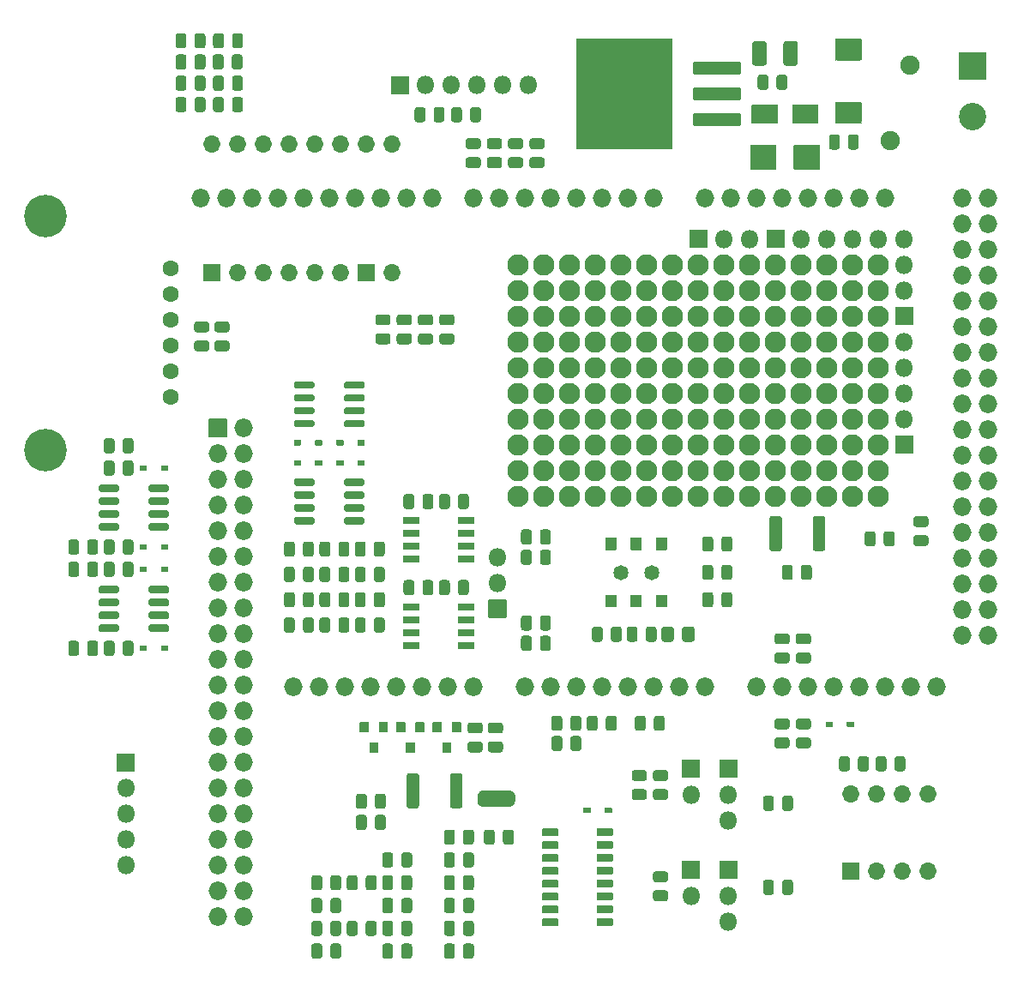
<source format=gts>
G04 #@! TF.GenerationSoftware,KiCad,Pcbnew,(5.1.9-0-10_14)*
G04 #@! TF.CreationDate,2021-06-23T14:37:37+10:00*
G04 #@! TF.ProjectId,v0.4.4c,76302e34-2e34-4632-9e6b-696361645f70,4c*
G04 #@! TF.SameCoordinates,Original*
G04 #@! TF.FileFunction,Soldermask,Top*
G04 #@! TF.FilePolarity,Negative*
%FSLAX46Y46*%
G04 Gerber Fmt 4.6, Leading zero omitted, Abs format (unit mm)*
G04 Created by KiCad (PCBNEW (5.1.9-0-10_14)) date 2021-06-23 14:37:37*
%MOMM*%
%LPD*%
G01*
G04 APERTURE LIST*
%ADD10C,2.102000*%
%ADD11O,1.802000X1.802000*%
%ADD12C,1.602000*%
%ADD13C,4.202000*%
%ADD14C,1.902000*%
%ADD15O,1.829200X1.829200*%
%ADD16C,1.483000*%
%ADD17O,1.702000X1.702000*%
%ADD18C,2.702000*%
%ADD19C,0.100000*%
G04 APERTURE END LIST*
D10*
X195715000Y-86480000D03*
X193175000Y-86480000D03*
X190635000Y-86480000D03*
X188095000Y-86480000D03*
X185555000Y-86480000D03*
X183015000Y-86480000D03*
X180475000Y-86480000D03*
X177935000Y-86480000D03*
X175395000Y-86480000D03*
X172855000Y-86480000D03*
X170315000Y-86480000D03*
X167775000Y-86480000D03*
X165235000Y-86480000D03*
X162695000Y-86480000D03*
X160155000Y-86480000D03*
X195715000Y-83940000D03*
X193175000Y-83940000D03*
X190635000Y-83940000D03*
X188095000Y-83940000D03*
X185555000Y-83940000D03*
X183015000Y-83940000D03*
X180475000Y-83940000D03*
X177935000Y-83940000D03*
X175395000Y-83940000D03*
X172855000Y-83940000D03*
X170315000Y-83940000D03*
X167775000Y-83940000D03*
X165235000Y-83940000D03*
X162695000Y-83940000D03*
X160155000Y-83940000D03*
X195715000Y-81400000D03*
X193175000Y-81400000D03*
X190635000Y-81400000D03*
X188095000Y-81400000D03*
X185555000Y-81400000D03*
X183015000Y-81400000D03*
X180475000Y-81400000D03*
X177935000Y-81400000D03*
X175395000Y-81400000D03*
X172855000Y-81400000D03*
X170315000Y-81400000D03*
X167775000Y-81400000D03*
X165235000Y-81400000D03*
X162695000Y-81400000D03*
X160155000Y-81400000D03*
X195715000Y-78860000D03*
X193175000Y-78860000D03*
X190635000Y-78860000D03*
X188095000Y-78860000D03*
X185555000Y-78860000D03*
X183015000Y-78860000D03*
X180475000Y-78860000D03*
X177935000Y-78860000D03*
X175395000Y-78860000D03*
X172855000Y-78860000D03*
X170315000Y-78860000D03*
X167775000Y-78860000D03*
X165235000Y-78860000D03*
X162695000Y-78860000D03*
X160155000Y-78860000D03*
X195715000Y-76320000D03*
X193175000Y-76320000D03*
X190635000Y-76320000D03*
X188095000Y-76320000D03*
X185555000Y-76320000D03*
X183015000Y-76320000D03*
X180475000Y-76320000D03*
X177935000Y-76320000D03*
X175395000Y-76320000D03*
X172855000Y-76320000D03*
X170315000Y-76320000D03*
X167775000Y-76320000D03*
X165235000Y-76320000D03*
X162695000Y-76320000D03*
X160155000Y-76320000D03*
X195715000Y-73780000D03*
X193175000Y-73780000D03*
X190635000Y-73780000D03*
X188095000Y-73780000D03*
X185555000Y-73780000D03*
X183015000Y-73780000D03*
X180475000Y-73780000D03*
X177935000Y-73780000D03*
X175395000Y-73780000D03*
X172855000Y-73780000D03*
X170315000Y-73780000D03*
X167775000Y-73780000D03*
X165235000Y-73780000D03*
X162695000Y-73780000D03*
X160155000Y-73780000D03*
X195715000Y-71240000D03*
X193175000Y-71240000D03*
X190635000Y-71240000D03*
X188095000Y-71240000D03*
X185555000Y-71240000D03*
X183015000Y-71240000D03*
X180475000Y-71240000D03*
X177935000Y-71240000D03*
X175395000Y-71240000D03*
X172855000Y-71240000D03*
X170315000Y-71240000D03*
X167775000Y-71240000D03*
X165235000Y-71240000D03*
X162695000Y-71240000D03*
X160155000Y-71240000D03*
X195715000Y-68700000D03*
X193175000Y-68700000D03*
X190635000Y-68700000D03*
X188095000Y-68700000D03*
X185555000Y-68700000D03*
X183015000Y-68700000D03*
X180475000Y-68700000D03*
X177935000Y-68700000D03*
X175395000Y-68700000D03*
X172855000Y-68700000D03*
X170315000Y-68700000D03*
X167775000Y-68700000D03*
X165235000Y-68700000D03*
X162695000Y-68700000D03*
X160155000Y-68700000D03*
X195715000Y-66160000D03*
X193175000Y-66160000D03*
X190635000Y-66160000D03*
X188095000Y-66160000D03*
X185555000Y-66160000D03*
X183015000Y-66160000D03*
X180475000Y-66160000D03*
X177935000Y-66160000D03*
X175395000Y-66160000D03*
X172855000Y-66160000D03*
X170315000Y-66160000D03*
X167775000Y-66160000D03*
X165235000Y-66160000D03*
X162695000Y-66160000D03*
X160155000Y-66160000D03*
X195715000Y-63620000D03*
X193175000Y-63620000D03*
X190635000Y-63620000D03*
X188095000Y-63620000D03*
X185555000Y-63620000D03*
X183015000Y-63620000D03*
X180475000Y-63620000D03*
X177935000Y-63620000D03*
X175395000Y-63620000D03*
X172855000Y-63620000D03*
X170315000Y-63620000D03*
X167775000Y-63620000D03*
X165235000Y-63620000D03*
X162695000Y-63620000D03*
X160155000Y-63620000D03*
D11*
X183015000Y-61080000D03*
X180475000Y-61080000D03*
G36*
G01*
X178785000Y-61981000D02*
X177085000Y-61981000D01*
G75*
G02*
X177034000Y-61930000I0J51000D01*
G01*
X177034000Y-60230000D01*
G75*
G02*
X177085000Y-60179000I51000J0D01*
G01*
X178785000Y-60179000D01*
G75*
G02*
X178836000Y-60230000I0J-51000D01*
G01*
X178836000Y-61930000D01*
G75*
G02*
X178785000Y-61981000I-51000J0D01*
G01*
G37*
X121412000Y-122936000D03*
X121412000Y-120396000D03*
X121412000Y-117856000D03*
X121412000Y-115316000D03*
G36*
G01*
X120511000Y-113626000D02*
X120511000Y-111926000D01*
G75*
G02*
X120562000Y-111875000I51000J0D01*
G01*
X122262000Y-111875000D01*
G75*
G02*
X122313000Y-111926000I0J-51000D01*
G01*
X122313000Y-113626000D01*
G75*
G02*
X122262000Y-113677000I-51000J0D01*
G01*
X120562000Y-113677000D01*
G75*
G02*
X120511000Y-113626000I0J51000D01*
G01*
G37*
X161180000Y-45900000D03*
X158640000Y-45900000D03*
X156100000Y-45900000D03*
X153560000Y-45900000D03*
X151020000Y-45900000D03*
G36*
G01*
X149330000Y-46801000D02*
X147630000Y-46801000D01*
G75*
G02*
X147579000Y-46750000I0J51000D01*
G01*
X147579000Y-45050000D01*
G75*
G02*
X147630000Y-44999000I51000J0D01*
G01*
X149330000Y-44999000D01*
G75*
G02*
X149381000Y-45050000I0J-51000D01*
G01*
X149381000Y-46750000D01*
G75*
G02*
X149330000Y-46801000I-51000J0D01*
G01*
G37*
G36*
G01*
X179401000Y-96218250D02*
X179401000Y-97181750D01*
G75*
G02*
X179131750Y-97451000I-269250J0D01*
G01*
X178593250Y-97451000D01*
G75*
G02*
X178324000Y-97181750I0J269250D01*
G01*
X178324000Y-96218250D01*
G75*
G02*
X178593250Y-95949000I269250J0D01*
G01*
X179131750Y-95949000D01*
G75*
G02*
X179401000Y-96218250I0J-269250D01*
G01*
G37*
G36*
G01*
X181276000Y-96218250D02*
X181276000Y-97181750D01*
G75*
G02*
X181006750Y-97451000I-269250J0D01*
G01*
X180468250Y-97451000D01*
G75*
G02*
X180199000Y-97181750I0J269250D01*
G01*
X180199000Y-96218250D01*
G75*
G02*
X180468250Y-95949000I269250J0D01*
G01*
X181006750Y-95949000D01*
G75*
G02*
X181276000Y-96218250I0J-269250D01*
G01*
G37*
G36*
G01*
X178324000Y-91681750D02*
X178324000Y-90718250D01*
G75*
G02*
X178593250Y-90449000I269250J0D01*
G01*
X179131750Y-90449000D01*
G75*
G02*
X179401000Y-90718250I0J-269250D01*
G01*
X179401000Y-91681750D01*
G75*
G02*
X179131750Y-91951000I-269250J0D01*
G01*
X178593250Y-91951000D01*
G75*
G02*
X178324000Y-91681750I0J269250D01*
G01*
G37*
G36*
G01*
X180199000Y-91681750D02*
X180199000Y-90718250D01*
G75*
G02*
X180468250Y-90449000I269250J0D01*
G01*
X181006750Y-90449000D01*
G75*
G02*
X181276000Y-90718250I0J-269250D01*
G01*
X181276000Y-91681750D01*
G75*
G02*
X181006750Y-91951000I-269250J0D01*
G01*
X180468250Y-91951000D01*
G75*
G02*
X180199000Y-91681750I0J269250D01*
G01*
G37*
G36*
G01*
X140051000Y-79129500D02*
X140051000Y-79480500D01*
G75*
G02*
X139875500Y-79656000I-175500J0D01*
G01*
X138174500Y-79656000D01*
G75*
G02*
X137999000Y-79480500I0J175500D01*
G01*
X137999000Y-79129500D01*
G75*
G02*
X138174500Y-78954000I175500J0D01*
G01*
X139875500Y-78954000D01*
G75*
G02*
X140051000Y-79129500I0J-175500D01*
G01*
G37*
G36*
G01*
X140051000Y-77859500D02*
X140051000Y-78210500D01*
G75*
G02*
X139875500Y-78386000I-175500J0D01*
G01*
X138174500Y-78386000D01*
G75*
G02*
X137999000Y-78210500I0J175500D01*
G01*
X137999000Y-77859500D01*
G75*
G02*
X138174500Y-77684000I175500J0D01*
G01*
X139875500Y-77684000D01*
G75*
G02*
X140051000Y-77859500I0J-175500D01*
G01*
G37*
G36*
G01*
X140051000Y-76589500D02*
X140051000Y-76940500D01*
G75*
G02*
X139875500Y-77116000I-175500J0D01*
G01*
X138174500Y-77116000D01*
G75*
G02*
X137999000Y-76940500I0J175500D01*
G01*
X137999000Y-76589500D01*
G75*
G02*
X138174500Y-76414000I175500J0D01*
G01*
X139875500Y-76414000D01*
G75*
G02*
X140051000Y-76589500I0J-175500D01*
G01*
G37*
G36*
G01*
X140051000Y-75319500D02*
X140051000Y-75670500D01*
G75*
G02*
X139875500Y-75846000I-175500J0D01*
G01*
X138174500Y-75846000D01*
G75*
G02*
X137999000Y-75670500I0J175500D01*
G01*
X137999000Y-75319500D01*
G75*
G02*
X138174500Y-75144000I175500J0D01*
G01*
X139875500Y-75144000D01*
G75*
G02*
X140051000Y-75319500I0J-175500D01*
G01*
G37*
G36*
G01*
X145001000Y-75319500D02*
X145001000Y-75670500D01*
G75*
G02*
X144825500Y-75846000I-175500J0D01*
G01*
X143124500Y-75846000D01*
G75*
G02*
X142949000Y-75670500I0J175500D01*
G01*
X142949000Y-75319500D01*
G75*
G02*
X143124500Y-75144000I175500J0D01*
G01*
X144825500Y-75144000D01*
G75*
G02*
X145001000Y-75319500I0J-175500D01*
G01*
G37*
G36*
G01*
X145001000Y-76589500D02*
X145001000Y-76940500D01*
G75*
G02*
X144825500Y-77116000I-175500J0D01*
G01*
X143124500Y-77116000D01*
G75*
G02*
X142949000Y-76940500I0J175500D01*
G01*
X142949000Y-76589500D01*
G75*
G02*
X143124500Y-76414000I175500J0D01*
G01*
X144825500Y-76414000D01*
G75*
G02*
X145001000Y-76589500I0J-175500D01*
G01*
G37*
G36*
G01*
X145001000Y-77859500D02*
X145001000Y-78210500D01*
G75*
G02*
X144825500Y-78386000I-175500J0D01*
G01*
X143124500Y-78386000D01*
G75*
G02*
X142949000Y-78210500I0J175500D01*
G01*
X142949000Y-77859500D01*
G75*
G02*
X143124500Y-77684000I175500J0D01*
G01*
X144825500Y-77684000D01*
G75*
G02*
X145001000Y-77859500I0J-175500D01*
G01*
G37*
G36*
G01*
X145001000Y-79129500D02*
X145001000Y-79480500D01*
G75*
G02*
X144825500Y-79656000I-175500J0D01*
G01*
X143124500Y-79656000D01*
G75*
G02*
X142949000Y-79480500I0J175500D01*
G01*
X142949000Y-79129500D01*
G75*
G02*
X143124500Y-78954000I175500J0D01*
G01*
X144825500Y-78954000D01*
G75*
G02*
X145001000Y-79129500I0J-175500D01*
G01*
G37*
G36*
G01*
X140051000Y-88729500D02*
X140051000Y-89080500D01*
G75*
G02*
X139875500Y-89256000I-175500J0D01*
G01*
X138174500Y-89256000D01*
G75*
G02*
X137999000Y-89080500I0J175500D01*
G01*
X137999000Y-88729500D01*
G75*
G02*
X138174500Y-88554000I175500J0D01*
G01*
X139875500Y-88554000D01*
G75*
G02*
X140051000Y-88729500I0J-175500D01*
G01*
G37*
G36*
G01*
X140051000Y-87459500D02*
X140051000Y-87810500D01*
G75*
G02*
X139875500Y-87986000I-175500J0D01*
G01*
X138174500Y-87986000D01*
G75*
G02*
X137999000Y-87810500I0J175500D01*
G01*
X137999000Y-87459500D01*
G75*
G02*
X138174500Y-87284000I175500J0D01*
G01*
X139875500Y-87284000D01*
G75*
G02*
X140051000Y-87459500I0J-175500D01*
G01*
G37*
G36*
G01*
X140051000Y-86189500D02*
X140051000Y-86540500D01*
G75*
G02*
X139875500Y-86716000I-175500J0D01*
G01*
X138174500Y-86716000D01*
G75*
G02*
X137999000Y-86540500I0J175500D01*
G01*
X137999000Y-86189500D01*
G75*
G02*
X138174500Y-86014000I175500J0D01*
G01*
X139875500Y-86014000D01*
G75*
G02*
X140051000Y-86189500I0J-175500D01*
G01*
G37*
G36*
G01*
X140051000Y-84919500D02*
X140051000Y-85270500D01*
G75*
G02*
X139875500Y-85446000I-175500J0D01*
G01*
X138174500Y-85446000D01*
G75*
G02*
X137999000Y-85270500I0J175500D01*
G01*
X137999000Y-84919500D01*
G75*
G02*
X138174500Y-84744000I175500J0D01*
G01*
X139875500Y-84744000D01*
G75*
G02*
X140051000Y-84919500I0J-175500D01*
G01*
G37*
G36*
G01*
X145001000Y-84919500D02*
X145001000Y-85270500D01*
G75*
G02*
X144825500Y-85446000I-175500J0D01*
G01*
X143124500Y-85446000D01*
G75*
G02*
X142949000Y-85270500I0J175500D01*
G01*
X142949000Y-84919500D01*
G75*
G02*
X143124500Y-84744000I175500J0D01*
G01*
X144825500Y-84744000D01*
G75*
G02*
X145001000Y-84919500I0J-175500D01*
G01*
G37*
G36*
G01*
X145001000Y-86189500D02*
X145001000Y-86540500D01*
G75*
G02*
X144825500Y-86716000I-175500J0D01*
G01*
X143124500Y-86716000D01*
G75*
G02*
X142949000Y-86540500I0J175500D01*
G01*
X142949000Y-86189500D01*
G75*
G02*
X143124500Y-86014000I175500J0D01*
G01*
X144825500Y-86014000D01*
G75*
G02*
X145001000Y-86189500I0J-175500D01*
G01*
G37*
G36*
G01*
X145001000Y-87459500D02*
X145001000Y-87810500D01*
G75*
G02*
X144825500Y-87986000I-175500J0D01*
G01*
X143124500Y-87986000D01*
G75*
G02*
X142949000Y-87810500I0J175500D01*
G01*
X142949000Y-87459500D01*
G75*
G02*
X143124500Y-87284000I175500J0D01*
G01*
X144825500Y-87284000D01*
G75*
G02*
X145001000Y-87459500I0J-175500D01*
G01*
G37*
G36*
G01*
X145001000Y-88729500D02*
X145001000Y-89080500D01*
G75*
G02*
X144825500Y-89256000I-175500J0D01*
G01*
X143124500Y-89256000D01*
G75*
G02*
X142949000Y-89080500I0J175500D01*
G01*
X142949000Y-88729500D01*
G75*
G02*
X143124500Y-88554000I175500J0D01*
G01*
X144825500Y-88554000D01*
G75*
G02*
X145001000Y-88729500I0J-175500D01*
G01*
G37*
G36*
G01*
X123649000Y-85870500D02*
X123649000Y-85519500D01*
G75*
G02*
X123824500Y-85344000I175500J0D01*
G01*
X125525500Y-85344000D01*
G75*
G02*
X125701000Y-85519500I0J-175500D01*
G01*
X125701000Y-85870500D01*
G75*
G02*
X125525500Y-86046000I-175500J0D01*
G01*
X123824500Y-86046000D01*
G75*
G02*
X123649000Y-85870500I0J175500D01*
G01*
G37*
G36*
G01*
X123649000Y-87140500D02*
X123649000Y-86789500D01*
G75*
G02*
X123824500Y-86614000I175500J0D01*
G01*
X125525500Y-86614000D01*
G75*
G02*
X125701000Y-86789500I0J-175500D01*
G01*
X125701000Y-87140500D01*
G75*
G02*
X125525500Y-87316000I-175500J0D01*
G01*
X123824500Y-87316000D01*
G75*
G02*
X123649000Y-87140500I0J175500D01*
G01*
G37*
G36*
G01*
X123649000Y-88410500D02*
X123649000Y-88059500D01*
G75*
G02*
X123824500Y-87884000I175500J0D01*
G01*
X125525500Y-87884000D01*
G75*
G02*
X125701000Y-88059500I0J-175500D01*
G01*
X125701000Y-88410500D01*
G75*
G02*
X125525500Y-88586000I-175500J0D01*
G01*
X123824500Y-88586000D01*
G75*
G02*
X123649000Y-88410500I0J175500D01*
G01*
G37*
G36*
G01*
X123649000Y-89680500D02*
X123649000Y-89329500D01*
G75*
G02*
X123824500Y-89154000I175500J0D01*
G01*
X125525500Y-89154000D01*
G75*
G02*
X125701000Y-89329500I0J-175500D01*
G01*
X125701000Y-89680500D01*
G75*
G02*
X125525500Y-89856000I-175500J0D01*
G01*
X123824500Y-89856000D01*
G75*
G02*
X123649000Y-89680500I0J175500D01*
G01*
G37*
G36*
G01*
X118699000Y-89680500D02*
X118699000Y-89329500D01*
G75*
G02*
X118874500Y-89154000I175500J0D01*
G01*
X120575500Y-89154000D01*
G75*
G02*
X120751000Y-89329500I0J-175500D01*
G01*
X120751000Y-89680500D01*
G75*
G02*
X120575500Y-89856000I-175500J0D01*
G01*
X118874500Y-89856000D01*
G75*
G02*
X118699000Y-89680500I0J175500D01*
G01*
G37*
G36*
G01*
X118699000Y-88410500D02*
X118699000Y-88059500D01*
G75*
G02*
X118874500Y-87884000I175500J0D01*
G01*
X120575500Y-87884000D01*
G75*
G02*
X120751000Y-88059500I0J-175500D01*
G01*
X120751000Y-88410500D01*
G75*
G02*
X120575500Y-88586000I-175500J0D01*
G01*
X118874500Y-88586000D01*
G75*
G02*
X118699000Y-88410500I0J175500D01*
G01*
G37*
G36*
G01*
X118699000Y-87140500D02*
X118699000Y-86789500D01*
G75*
G02*
X118874500Y-86614000I175500J0D01*
G01*
X120575500Y-86614000D01*
G75*
G02*
X120751000Y-86789500I0J-175500D01*
G01*
X120751000Y-87140500D01*
G75*
G02*
X120575500Y-87316000I-175500J0D01*
G01*
X118874500Y-87316000D01*
G75*
G02*
X118699000Y-87140500I0J175500D01*
G01*
G37*
G36*
G01*
X118699000Y-85870500D02*
X118699000Y-85519500D01*
G75*
G02*
X118874500Y-85344000I175500J0D01*
G01*
X120575500Y-85344000D01*
G75*
G02*
X120751000Y-85519500I0J-175500D01*
G01*
X120751000Y-85870500D01*
G75*
G02*
X120575500Y-86046000I-175500J0D01*
G01*
X118874500Y-86046000D01*
G75*
G02*
X118699000Y-85870500I0J175500D01*
G01*
G37*
G36*
G01*
X123649000Y-95870500D02*
X123649000Y-95519500D01*
G75*
G02*
X123824500Y-95344000I175500J0D01*
G01*
X125525500Y-95344000D01*
G75*
G02*
X125701000Y-95519500I0J-175500D01*
G01*
X125701000Y-95870500D01*
G75*
G02*
X125525500Y-96046000I-175500J0D01*
G01*
X123824500Y-96046000D01*
G75*
G02*
X123649000Y-95870500I0J175500D01*
G01*
G37*
G36*
G01*
X123649000Y-97140500D02*
X123649000Y-96789500D01*
G75*
G02*
X123824500Y-96614000I175500J0D01*
G01*
X125525500Y-96614000D01*
G75*
G02*
X125701000Y-96789500I0J-175500D01*
G01*
X125701000Y-97140500D01*
G75*
G02*
X125525500Y-97316000I-175500J0D01*
G01*
X123824500Y-97316000D01*
G75*
G02*
X123649000Y-97140500I0J175500D01*
G01*
G37*
G36*
G01*
X123649000Y-98410500D02*
X123649000Y-98059500D01*
G75*
G02*
X123824500Y-97884000I175500J0D01*
G01*
X125525500Y-97884000D01*
G75*
G02*
X125701000Y-98059500I0J-175500D01*
G01*
X125701000Y-98410500D01*
G75*
G02*
X125525500Y-98586000I-175500J0D01*
G01*
X123824500Y-98586000D01*
G75*
G02*
X123649000Y-98410500I0J175500D01*
G01*
G37*
G36*
G01*
X123649000Y-99680500D02*
X123649000Y-99329500D01*
G75*
G02*
X123824500Y-99154000I175500J0D01*
G01*
X125525500Y-99154000D01*
G75*
G02*
X125701000Y-99329500I0J-175500D01*
G01*
X125701000Y-99680500D01*
G75*
G02*
X125525500Y-99856000I-175500J0D01*
G01*
X123824500Y-99856000D01*
G75*
G02*
X123649000Y-99680500I0J175500D01*
G01*
G37*
G36*
G01*
X118699000Y-99680500D02*
X118699000Y-99329500D01*
G75*
G02*
X118874500Y-99154000I175500J0D01*
G01*
X120575500Y-99154000D01*
G75*
G02*
X120751000Y-99329500I0J-175500D01*
G01*
X120751000Y-99680500D01*
G75*
G02*
X120575500Y-99856000I-175500J0D01*
G01*
X118874500Y-99856000D01*
G75*
G02*
X118699000Y-99680500I0J175500D01*
G01*
G37*
G36*
G01*
X118699000Y-98410500D02*
X118699000Y-98059500D01*
G75*
G02*
X118874500Y-97884000I175500J0D01*
G01*
X120575500Y-97884000D01*
G75*
G02*
X120751000Y-98059500I0J-175500D01*
G01*
X120751000Y-98410500D01*
G75*
G02*
X120575500Y-98586000I-175500J0D01*
G01*
X118874500Y-98586000D01*
G75*
G02*
X118699000Y-98410500I0J175500D01*
G01*
G37*
G36*
G01*
X118699000Y-97140500D02*
X118699000Y-96789500D01*
G75*
G02*
X118874500Y-96614000I175500J0D01*
G01*
X120575500Y-96614000D01*
G75*
G02*
X120751000Y-96789500I0J-175500D01*
G01*
X120751000Y-97140500D01*
G75*
G02*
X120575500Y-97316000I-175500J0D01*
G01*
X118874500Y-97316000D01*
G75*
G02*
X118699000Y-97140500I0J175500D01*
G01*
G37*
G36*
G01*
X118699000Y-95870500D02*
X118699000Y-95519500D01*
G75*
G02*
X118874500Y-95344000I175500J0D01*
G01*
X120575500Y-95344000D01*
G75*
G02*
X120751000Y-95519500I0J-175500D01*
G01*
X120751000Y-95870500D01*
G75*
G02*
X120575500Y-96046000I-175500J0D01*
G01*
X118874500Y-96046000D01*
G75*
G02*
X118699000Y-95870500I0J175500D01*
G01*
G37*
G36*
G01*
X185649000Y-46081750D02*
X185649000Y-45118250D01*
G75*
G02*
X185918250Y-44849000I269250J0D01*
G01*
X186456750Y-44849000D01*
G75*
G02*
X186726000Y-45118250I0J-269250D01*
G01*
X186726000Y-46081750D01*
G75*
G02*
X186456750Y-46351000I-269250J0D01*
G01*
X185918250Y-46351000D01*
G75*
G02*
X185649000Y-46081750I0J269250D01*
G01*
G37*
G36*
G01*
X183774000Y-46081750D02*
X183774000Y-45118250D01*
G75*
G02*
X184043250Y-44849000I269250J0D01*
G01*
X184581750Y-44849000D01*
G75*
G02*
X184851000Y-45118250I0J-269250D01*
G01*
X184851000Y-46081750D01*
G75*
G02*
X184581750Y-46351000I-269250J0D01*
G01*
X184043250Y-46351000D01*
G75*
G02*
X183774000Y-46081750I0J269250D01*
G01*
G37*
G36*
G01*
X192699000Y-51981750D02*
X192699000Y-51018250D01*
G75*
G02*
X192968250Y-50749000I269250J0D01*
G01*
X193506750Y-50749000D01*
G75*
G02*
X193776000Y-51018250I0J-269250D01*
G01*
X193776000Y-51981750D01*
G75*
G02*
X193506750Y-52251000I-269250J0D01*
G01*
X192968250Y-52251000D01*
G75*
G02*
X192699000Y-51981750I0J269250D01*
G01*
G37*
G36*
G01*
X190824000Y-51981750D02*
X190824000Y-51018250D01*
G75*
G02*
X191093250Y-50749000I269250J0D01*
G01*
X191631750Y-50749000D01*
G75*
G02*
X191901000Y-51018250I0J-269250D01*
G01*
X191901000Y-51981750D01*
G75*
G02*
X191631750Y-52251000I-269250J0D01*
G01*
X191093250Y-52251000D01*
G75*
G02*
X190824000Y-51981750I0J269250D01*
G01*
G37*
G36*
G01*
X137024000Y-94681750D02*
X137024000Y-93718250D01*
G75*
G02*
X137293250Y-93449000I269250J0D01*
G01*
X137831750Y-93449000D01*
G75*
G02*
X138101000Y-93718250I0J-269250D01*
G01*
X138101000Y-94681750D01*
G75*
G02*
X137831750Y-94951000I-269250J0D01*
G01*
X137293250Y-94951000D01*
G75*
G02*
X137024000Y-94681750I0J269250D01*
G01*
G37*
G36*
G01*
X138899000Y-94681750D02*
X138899000Y-93718250D01*
G75*
G02*
X139168250Y-93449000I269250J0D01*
G01*
X139706750Y-93449000D01*
G75*
G02*
X139976000Y-93718250I0J-269250D01*
G01*
X139976000Y-94681750D01*
G75*
G02*
X139706750Y-94951000I-269250J0D01*
G01*
X139168250Y-94951000D01*
G75*
G02*
X138899000Y-94681750I0J269250D01*
G01*
G37*
G36*
G01*
X149676000Y-126418250D02*
X149676000Y-127381750D01*
G75*
G02*
X149406750Y-127651000I-269250J0D01*
G01*
X148868250Y-127651000D01*
G75*
G02*
X148599000Y-127381750I0J269250D01*
G01*
X148599000Y-126418250D01*
G75*
G02*
X148868250Y-126149000I269250J0D01*
G01*
X149406750Y-126149000D01*
G75*
G02*
X149676000Y-126418250I0J-269250D01*
G01*
G37*
G36*
G01*
X147801000Y-126418250D02*
X147801000Y-127381750D01*
G75*
G02*
X147531750Y-127651000I-269250J0D01*
G01*
X146993250Y-127651000D01*
G75*
G02*
X146724000Y-127381750I0J269250D01*
G01*
X146724000Y-126418250D01*
G75*
G02*
X146993250Y-126149000I269250J0D01*
G01*
X147531750Y-126149000D01*
G75*
G02*
X147801000Y-126418250I0J-269250D01*
G01*
G37*
G36*
G01*
X161518250Y-52999000D02*
X162481750Y-52999000D01*
G75*
G02*
X162751000Y-53268250I0J-269250D01*
G01*
X162751000Y-53806750D01*
G75*
G02*
X162481750Y-54076000I-269250J0D01*
G01*
X161518250Y-54076000D01*
G75*
G02*
X161249000Y-53806750I0J269250D01*
G01*
X161249000Y-53268250D01*
G75*
G02*
X161518250Y-52999000I269250J0D01*
G01*
G37*
G36*
G01*
X161518250Y-51124000D02*
X162481750Y-51124000D01*
G75*
G02*
X162751000Y-51393250I0J-269250D01*
G01*
X162751000Y-51931750D01*
G75*
G02*
X162481750Y-52201000I-269250J0D01*
G01*
X161518250Y-52201000D01*
G75*
G02*
X161249000Y-51931750I0J269250D01*
G01*
X161249000Y-51393250D01*
G75*
G02*
X161518250Y-51124000I269250J0D01*
G01*
G37*
G36*
G01*
X160381750Y-52201000D02*
X159418250Y-52201000D01*
G75*
G02*
X159149000Y-51931750I0J269250D01*
G01*
X159149000Y-51393250D01*
G75*
G02*
X159418250Y-51124000I269250J0D01*
G01*
X160381750Y-51124000D01*
G75*
G02*
X160651000Y-51393250I0J-269250D01*
G01*
X160651000Y-51931750D01*
G75*
G02*
X160381750Y-52201000I-269250J0D01*
G01*
G37*
G36*
G01*
X160381750Y-54076000D02*
X159418250Y-54076000D01*
G75*
G02*
X159149000Y-53806750I0J269250D01*
G01*
X159149000Y-53268250D01*
G75*
G02*
X159418250Y-52999000I269250J0D01*
G01*
X160381750Y-52999000D01*
G75*
G02*
X160651000Y-53268250I0J-269250D01*
G01*
X160651000Y-53806750D01*
G75*
G02*
X160381750Y-54076000I-269250J0D01*
G01*
G37*
G36*
G01*
X147281750Y-69601000D02*
X146318250Y-69601000D01*
G75*
G02*
X146049000Y-69331750I0J269250D01*
G01*
X146049000Y-68793250D01*
G75*
G02*
X146318250Y-68524000I269250J0D01*
G01*
X147281750Y-68524000D01*
G75*
G02*
X147551000Y-68793250I0J-269250D01*
G01*
X147551000Y-69331750D01*
G75*
G02*
X147281750Y-69601000I-269250J0D01*
G01*
G37*
G36*
G01*
X147281750Y-71476000D02*
X146318250Y-71476000D01*
G75*
G02*
X146049000Y-71206750I0J269250D01*
G01*
X146049000Y-70668250D01*
G75*
G02*
X146318250Y-70399000I269250J0D01*
G01*
X147281750Y-70399000D01*
G75*
G02*
X147551000Y-70668250I0J-269250D01*
G01*
X147551000Y-71206750D01*
G75*
G02*
X147281750Y-71476000I-269250J0D01*
G01*
G37*
G36*
G01*
X149381750Y-69601000D02*
X148418250Y-69601000D01*
G75*
G02*
X148149000Y-69331750I0J269250D01*
G01*
X148149000Y-68793250D01*
G75*
G02*
X148418250Y-68524000I269250J0D01*
G01*
X149381750Y-68524000D01*
G75*
G02*
X149651000Y-68793250I0J-269250D01*
G01*
X149651000Y-69331750D01*
G75*
G02*
X149381750Y-69601000I-269250J0D01*
G01*
G37*
G36*
G01*
X149381750Y-71476000D02*
X148418250Y-71476000D01*
G75*
G02*
X148149000Y-71206750I0J269250D01*
G01*
X148149000Y-70668250D01*
G75*
G02*
X148418250Y-70399000I269250J0D01*
G01*
X149381750Y-70399000D01*
G75*
G02*
X149651000Y-70668250I0J-269250D01*
G01*
X149651000Y-71206750D01*
G75*
G02*
X149381750Y-71476000I-269250J0D01*
G01*
G37*
G36*
G01*
X154601000Y-48318250D02*
X154601000Y-49281750D01*
G75*
G02*
X154331750Y-49551000I-269250J0D01*
G01*
X153793250Y-49551000D01*
G75*
G02*
X153524000Y-49281750I0J269250D01*
G01*
X153524000Y-48318250D01*
G75*
G02*
X153793250Y-48049000I269250J0D01*
G01*
X154331750Y-48049000D01*
G75*
G02*
X154601000Y-48318250I0J-269250D01*
G01*
G37*
G36*
G01*
X156476000Y-48318250D02*
X156476000Y-49281750D01*
G75*
G02*
X156206750Y-49551000I-269250J0D01*
G01*
X155668250Y-49551000D01*
G75*
G02*
X155399000Y-49281750I0J269250D01*
G01*
X155399000Y-48318250D01*
G75*
G02*
X155668250Y-48049000I269250J0D01*
G01*
X156206750Y-48049000D01*
G75*
G02*
X156476000Y-48318250I0J-269250D01*
G01*
G37*
G36*
G01*
X151001000Y-48318250D02*
X151001000Y-49281750D01*
G75*
G02*
X150731750Y-49551000I-269250J0D01*
G01*
X150193250Y-49551000D01*
G75*
G02*
X149924000Y-49281750I0J269250D01*
G01*
X149924000Y-48318250D01*
G75*
G02*
X150193250Y-48049000I269250J0D01*
G01*
X150731750Y-48049000D01*
G75*
G02*
X151001000Y-48318250I0J-269250D01*
G01*
G37*
G36*
G01*
X152876000Y-48318250D02*
X152876000Y-49281750D01*
G75*
G02*
X152606750Y-49551000I-269250J0D01*
G01*
X152068250Y-49551000D01*
G75*
G02*
X151799000Y-49281750I0J269250D01*
G01*
X151799000Y-48318250D01*
G75*
G02*
X152068250Y-48049000I269250J0D01*
G01*
X152606750Y-48049000D01*
G75*
G02*
X152876000Y-48318250I0J-269250D01*
G01*
G37*
G36*
G01*
X156381750Y-109901000D02*
X155418250Y-109901000D01*
G75*
G02*
X155149000Y-109631750I0J269250D01*
G01*
X155149000Y-109093250D01*
G75*
G02*
X155418250Y-108824000I269250J0D01*
G01*
X156381750Y-108824000D01*
G75*
G02*
X156651000Y-109093250I0J-269250D01*
G01*
X156651000Y-109631750D01*
G75*
G02*
X156381750Y-109901000I-269250J0D01*
G01*
G37*
G36*
G01*
X156381750Y-111776000D02*
X155418250Y-111776000D01*
G75*
G02*
X155149000Y-111506750I0J269250D01*
G01*
X155149000Y-110968250D01*
G75*
G02*
X155418250Y-110699000I269250J0D01*
G01*
X156381750Y-110699000D01*
G75*
G02*
X156651000Y-110968250I0J-269250D01*
G01*
X156651000Y-111506750D01*
G75*
G02*
X156381750Y-111776000I-269250J0D01*
G01*
G37*
G36*
G01*
X157318250Y-52999000D02*
X158281750Y-52999000D01*
G75*
G02*
X158551000Y-53268250I0J-269250D01*
G01*
X158551000Y-53806750D01*
G75*
G02*
X158281750Y-54076000I-269250J0D01*
G01*
X157318250Y-54076000D01*
G75*
G02*
X157049000Y-53806750I0J269250D01*
G01*
X157049000Y-53268250D01*
G75*
G02*
X157318250Y-52999000I269250J0D01*
G01*
G37*
G36*
G01*
X157318250Y-51124000D02*
X158281750Y-51124000D01*
G75*
G02*
X158551000Y-51393250I0J-269250D01*
G01*
X158551000Y-51931750D01*
G75*
G02*
X158281750Y-52201000I-269250J0D01*
G01*
X157318250Y-52201000D01*
G75*
G02*
X157049000Y-51931750I0J269250D01*
G01*
X157049000Y-51393250D01*
G75*
G02*
X157318250Y-51124000I269250J0D01*
G01*
G37*
G36*
G01*
X156181750Y-52201000D02*
X155218250Y-52201000D01*
G75*
G02*
X154949000Y-51931750I0J269250D01*
G01*
X154949000Y-51393250D01*
G75*
G02*
X155218250Y-51124000I269250J0D01*
G01*
X156181750Y-51124000D01*
G75*
G02*
X156451000Y-51393250I0J-269250D01*
G01*
X156451000Y-51931750D01*
G75*
G02*
X156181750Y-52201000I-269250J0D01*
G01*
G37*
G36*
G01*
X156181750Y-54076000D02*
X155218250Y-54076000D01*
G75*
G02*
X154949000Y-53806750I0J269250D01*
G01*
X154949000Y-53268250D01*
G75*
G02*
X155218250Y-52999000I269250J0D01*
G01*
X156181750Y-52999000D01*
G75*
G02*
X156451000Y-53268250I0J-269250D01*
G01*
X156451000Y-53806750D01*
G75*
G02*
X156181750Y-54076000I-269250J0D01*
G01*
G37*
G36*
G01*
X153581750Y-69601000D02*
X152618250Y-69601000D01*
G75*
G02*
X152349000Y-69331750I0J269250D01*
G01*
X152349000Y-68793250D01*
G75*
G02*
X152618250Y-68524000I269250J0D01*
G01*
X153581750Y-68524000D01*
G75*
G02*
X153851000Y-68793250I0J-269250D01*
G01*
X153851000Y-69331750D01*
G75*
G02*
X153581750Y-69601000I-269250J0D01*
G01*
G37*
G36*
G01*
X153581750Y-71476000D02*
X152618250Y-71476000D01*
G75*
G02*
X152349000Y-71206750I0J269250D01*
G01*
X152349000Y-70668250D01*
G75*
G02*
X152618250Y-70399000I269250J0D01*
G01*
X153581750Y-70399000D01*
G75*
G02*
X153851000Y-70668250I0J-269250D01*
G01*
X153851000Y-71206750D01*
G75*
G02*
X153581750Y-71476000I-269250J0D01*
G01*
G37*
G36*
G01*
X151481750Y-69601000D02*
X150518250Y-69601000D01*
G75*
G02*
X150249000Y-69331750I0J269250D01*
G01*
X150249000Y-68793250D01*
G75*
G02*
X150518250Y-68524000I269250J0D01*
G01*
X151481750Y-68524000D01*
G75*
G02*
X151751000Y-68793250I0J-269250D01*
G01*
X151751000Y-69331750D01*
G75*
G02*
X151481750Y-69601000I-269250J0D01*
G01*
G37*
G36*
G01*
X151481750Y-71476000D02*
X150518250Y-71476000D01*
G75*
G02*
X150249000Y-71206750I0J269250D01*
G01*
X150249000Y-70668250D01*
G75*
G02*
X150518250Y-70399000I269250J0D01*
G01*
X151481750Y-70399000D01*
G75*
G02*
X151751000Y-70668250I0J-269250D01*
G01*
X151751000Y-71206750D01*
G75*
G02*
X151481750Y-71476000I-269250J0D01*
G01*
G37*
X177200000Y-125940000D03*
G36*
G01*
X176299000Y-124250000D02*
X176299000Y-122550000D01*
G75*
G02*
X176350000Y-122499000I51000J0D01*
G01*
X178050000Y-122499000D01*
G75*
G02*
X178101000Y-122550000I0J-51000D01*
G01*
X178101000Y-124250000D01*
G75*
G02*
X178050000Y-124301000I-51000J0D01*
G01*
X176350000Y-124301000D01*
G75*
G02*
X176299000Y-124250000I0J51000D01*
G01*
G37*
X177200000Y-115940000D03*
G36*
G01*
X176299000Y-114250000D02*
X176299000Y-112550000D01*
G75*
G02*
X176350000Y-112499000I51000J0D01*
G01*
X178050000Y-112499000D01*
G75*
G02*
X178101000Y-112550000I0J-51000D01*
G01*
X178101000Y-114250000D01*
G75*
G02*
X178050000Y-114301000I-51000J0D01*
G01*
X176350000Y-114301000D01*
G75*
G02*
X176299000Y-114250000I0J51000D01*
G01*
G37*
X180900000Y-128480000D03*
X180900000Y-125940000D03*
G36*
G01*
X179999000Y-124250000D02*
X179999000Y-122550000D01*
G75*
G02*
X180050000Y-122499000I51000J0D01*
G01*
X181750000Y-122499000D01*
G75*
G02*
X181801000Y-122550000I0J-51000D01*
G01*
X181801000Y-124250000D01*
G75*
G02*
X181750000Y-124301000I-51000J0D01*
G01*
X180050000Y-124301000D01*
G75*
G02*
X179999000Y-124250000I0J51000D01*
G01*
G37*
X180900000Y-118480000D03*
X180900000Y-115940000D03*
G36*
G01*
X179999000Y-114250000D02*
X179999000Y-112550000D01*
G75*
G02*
X180050000Y-112499000I51000J0D01*
G01*
X181750000Y-112499000D01*
G75*
G02*
X181801000Y-112550000I0J-51000D01*
G01*
X181801000Y-114250000D01*
G75*
G02*
X181750000Y-114301000I-51000J0D01*
G01*
X180050000Y-114301000D01*
G75*
G02*
X179999000Y-114250000I0J51000D01*
G01*
G37*
X158100000Y-92520000D03*
X158100000Y-95060000D03*
G36*
G01*
X159001000Y-96750000D02*
X159001000Y-98450000D01*
G75*
G02*
X158950000Y-98501000I-51000J0D01*
G01*
X157250000Y-98501000D01*
G75*
G02*
X157199000Y-98450000I0J51000D01*
G01*
X157199000Y-96750000D01*
G75*
G02*
X157250000Y-96699000I51000J0D01*
G01*
X158950000Y-96699000D01*
G75*
G02*
X159001000Y-96750000I0J-51000D01*
G01*
G37*
G36*
G01*
X183049000Y-54150000D02*
X183049000Y-51850000D01*
G75*
G02*
X183100000Y-51799000I51000J0D01*
G01*
X185600000Y-51799000D01*
G75*
G02*
X185651000Y-51850000I0J-51000D01*
G01*
X185651000Y-54150000D01*
G75*
G02*
X185600000Y-54201000I-51000J0D01*
G01*
X183100000Y-54201000D01*
G75*
G02*
X183049000Y-54150000I0J51000D01*
G01*
G37*
G36*
G01*
X187349000Y-54150000D02*
X187349000Y-51850000D01*
G75*
G02*
X187400000Y-51799000I51000J0D01*
G01*
X189900000Y-51799000D01*
G75*
G02*
X189951000Y-51850000I0J-51000D01*
G01*
X189951000Y-54150000D01*
G75*
G02*
X189900000Y-54201000I-51000J0D01*
G01*
X187400000Y-54201000D01*
G75*
G02*
X187349000Y-54150000I0J51000D01*
G01*
G37*
D12*
X125820000Y-76700000D03*
X125820000Y-74160000D03*
X125820000Y-71620000D03*
X125820000Y-69080000D03*
X125820000Y-66540000D03*
X125820000Y-64000000D03*
D13*
X113500000Y-58800000D03*
X113500000Y-81950000D03*
D14*
X198850000Y-43900000D03*
X196850000Y-51400000D03*
G36*
G01*
X128418250Y-69224000D02*
X129381750Y-69224000D01*
G75*
G02*
X129651000Y-69493250I0J-269250D01*
G01*
X129651000Y-70031750D01*
G75*
G02*
X129381750Y-70301000I-269250J0D01*
G01*
X128418250Y-70301000D01*
G75*
G02*
X128149000Y-70031750I0J269250D01*
G01*
X128149000Y-69493250D01*
G75*
G02*
X128418250Y-69224000I269250J0D01*
G01*
G37*
G36*
G01*
X128418250Y-71099000D02*
X129381750Y-71099000D01*
G75*
G02*
X129651000Y-71368250I0J-269250D01*
G01*
X129651000Y-71906750D01*
G75*
G02*
X129381750Y-72176000I-269250J0D01*
G01*
X128418250Y-72176000D01*
G75*
G02*
X128149000Y-71906750I0J269250D01*
G01*
X128149000Y-71368250D01*
G75*
G02*
X128418250Y-71099000I269250J0D01*
G01*
G37*
G36*
G01*
X130418250Y-71099000D02*
X131381750Y-71099000D01*
G75*
G02*
X131651000Y-71368250I0J-269250D01*
G01*
X131651000Y-71906750D01*
G75*
G02*
X131381750Y-72176000I-269250J0D01*
G01*
X130418250Y-72176000D01*
G75*
G02*
X130149000Y-71906750I0J269250D01*
G01*
X130149000Y-71368250D01*
G75*
G02*
X130418250Y-71099000I269250J0D01*
G01*
G37*
G36*
G01*
X130418250Y-69224000D02*
X131381750Y-69224000D01*
G75*
G02*
X131651000Y-69493250I0J-269250D01*
G01*
X131651000Y-70031750D01*
G75*
G02*
X131381750Y-70301000I-269250J0D01*
G01*
X130418250Y-70301000D01*
G75*
G02*
X130149000Y-70031750I0J269250D01*
G01*
X130149000Y-69493250D01*
G75*
G02*
X130418250Y-69224000I269250J0D01*
G01*
G37*
G36*
G01*
X141599000Y-131881750D02*
X141599000Y-130918250D01*
G75*
G02*
X141868250Y-130649000I269250J0D01*
G01*
X142406750Y-130649000D01*
G75*
G02*
X142676000Y-130918250I0J-269250D01*
G01*
X142676000Y-131881750D01*
G75*
G02*
X142406750Y-132151000I-269250J0D01*
G01*
X141868250Y-132151000D01*
G75*
G02*
X141599000Y-131881750I0J269250D01*
G01*
G37*
G36*
G01*
X139724000Y-131881750D02*
X139724000Y-130918250D01*
G75*
G02*
X139993250Y-130649000I269250J0D01*
G01*
X140531750Y-130649000D01*
G75*
G02*
X140801000Y-130918250I0J-269250D01*
G01*
X140801000Y-131881750D01*
G75*
G02*
X140531750Y-132151000I-269250J0D01*
G01*
X139993250Y-132151000D01*
G75*
G02*
X139724000Y-131881750I0J269250D01*
G01*
G37*
G36*
G01*
X166376000Y-108418250D02*
X166376000Y-109381750D01*
G75*
G02*
X166106750Y-109651000I-269250J0D01*
G01*
X165568250Y-109651000D01*
G75*
G02*
X165299000Y-109381750I0J269250D01*
G01*
X165299000Y-108418250D01*
G75*
G02*
X165568250Y-108149000I269250J0D01*
G01*
X166106750Y-108149000D01*
G75*
G02*
X166376000Y-108418250I0J-269250D01*
G01*
G37*
G36*
G01*
X164501000Y-108418250D02*
X164501000Y-109381750D01*
G75*
G02*
X164231750Y-109651000I-269250J0D01*
G01*
X163693250Y-109651000D01*
G75*
G02*
X163424000Y-109381750I0J269250D01*
G01*
X163424000Y-108418250D01*
G75*
G02*
X163693250Y-108149000I269250J0D01*
G01*
X164231750Y-108149000D01*
G75*
G02*
X164501000Y-108418250I0J-269250D01*
G01*
G37*
G36*
G01*
X144124000Y-117081750D02*
X144124000Y-116118250D01*
G75*
G02*
X144393250Y-115849000I269250J0D01*
G01*
X144931750Y-115849000D01*
G75*
G02*
X145201000Y-116118250I0J-269250D01*
G01*
X145201000Y-117081750D01*
G75*
G02*
X144931750Y-117351000I-269250J0D01*
G01*
X144393250Y-117351000D01*
G75*
G02*
X144124000Y-117081750I0J269250D01*
G01*
G37*
G36*
G01*
X145999000Y-117081750D02*
X145999000Y-116118250D01*
G75*
G02*
X146268250Y-115849000I269250J0D01*
G01*
X146806750Y-115849000D01*
G75*
G02*
X147076000Y-116118250I0J-269250D01*
G01*
X147076000Y-117081750D01*
G75*
G02*
X146806750Y-117351000I-269250J0D01*
G01*
X146268250Y-117351000D01*
G75*
G02*
X145999000Y-117081750I0J269250D01*
G01*
G37*
G36*
G01*
X152824000Y-131881750D02*
X152824000Y-130918250D01*
G75*
G02*
X153093250Y-130649000I269250J0D01*
G01*
X153631750Y-130649000D01*
G75*
G02*
X153901000Y-130918250I0J-269250D01*
G01*
X153901000Y-131881750D01*
G75*
G02*
X153631750Y-132151000I-269250J0D01*
G01*
X153093250Y-132151000D01*
G75*
G02*
X152824000Y-131881750I0J269250D01*
G01*
G37*
G36*
G01*
X154699000Y-131881750D02*
X154699000Y-130918250D01*
G75*
G02*
X154968250Y-130649000I269250J0D01*
G01*
X155506750Y-130649000D01*
G75*
G02*
X155776000Y-130918250I0J-269250D01*
G01*
X155776000Y-131881750D01*
G75*
G02*
X155506750Y-132151000I-269250J0D01*
G01*
X154968250Y-132151000D01*
G75*
G02*
X154699000Y-131881750I0J269250D01*
G01*
G37*
G36*
G01*
X171661500Y-109381750D02*
X171661500Y-108418250D01*
G75*
G02*
X171930750Y-108149000I269250J0D01*
G01*
X172469250Y-108149000D01*
G75*
G02*
X172738500Y-108418250I0J-269250D01*
G01*
X172738500Y-109381750D01*
G75*
G02*
X172469250Y-109651000I-269250J0D01*
G01*
X171930750Y-109651000D01*
G75*
G02*
X171661500Y-109381750I0J269250D01*
G01*
G37*
G36*
G01*
X173536500Y-109381750D02*
X173536500Y-108418250D01*
G75*
G02*
X173805750Y-108149000I269250J0D01*
G01*
X174344250Y-108149000D01*
G75*
G02*
X174613500Y-108418250I0J-269250D01*
G01*
X174613500Y-109381750D01*
G75*
G02*
X174344250Y-109651000I-269250J0D01*
G01*
X173805750Y-109651000D01*
G75*
G02*
X173536500Y-109381750I0J269250D01*
G01*
G37*
G36*
G01*
X153901000Y-121918250D02*
X153901000Y-122881750D01*
G75*
G02*
X153631750Y-123151000I-269250J0D01*
G01*
X153093250Y-123151000D01*
G75*
G02*
X152824000Y-122881750I0J269250D01*
G01*
X152824000Y-121918250D01*
G75*
G02*
X153093250Y-121649000I269250J0D01*
G01*
X153631750Y-121649000D01*
G75*
G02*
X153901000Y-121918250I0J-269250D01*
G01*
G37*
G36*
G01*
X155776000Y-121918250D02*
X155776000Y-122881750D01*
G75*
G02*
X155506750Y-123151000I-269250J0D01*
G01*
X154968250Y-123151000D01*
G75*
G02*
X154699000Y-122881750I0J269250D01*
G01*
X154699000Y-121918250D01*
G75*
G02*
X154968250Y-121649000I269250J0D01*
G01*
X155506750Y-121649000D01*
G75*
G02*
X155776000Y-121918250I0J-269250D01*
G01*
G37*
G36*
G01*
X141599000Y-127381750D02*
X141599000Y-126418250D01*
G75*
G02*
X141868250Y-126149000I269250J0D01*
G01*
X142406750Y-126149000D01*
G75*
G02*
X142676000Y-126418250I0J-269250D01*
G01*
X142676000Y-127381750D01*
G75*
G02*
X142406750Y-127651000I-269250J0D01*
G01*
X141868250Y-127651000D01*
G75*
G02*
X141599000Y-127381750I0J269250D01*
G01*
G37*
G36*
G01*
X139724000Y-127381750D02*
X139724000Y-126418250D01*
G75*
G02*
X139993250Y-126149000I269250J0D01*
G01*
X140531750Y-126149000D01*
G75*
G02*
X140801000Y-126418250I0J-269250D01*
G01*
X140801000Y-127381750D01*
G75*
G02*
X140531750Y-127651000I-269250J0D01*
G01*
X139993250Y-127651000D01*
G75*
G02*
X139724000Y-127381750I0J269250D01*
G01*
G37*
G36*
G01*
X141599000Y-129631750D02*
X141599000Y-128668250D01*
G75*
G02*
X141868250Y-128399000I269250J0D01*
G01*
X142406750Y-128399000D01*
G75*
G02*
X142676000Y-128668250I0J-269250D01*
G01*
X142676000Y-129631750D01*
G75*
G02*
X142406750Y-129901000I-269250J0D01*
G01*
X141868250Y-129901000D01*
G75*
G02*
X141599000Y-129631750I0J269250D01*
G01*
G37*
G36*
G01*
X139724000Y-129631750D02*
X139724000Y-128668250D01*
G75*
G02*
X139993250Y-128399000I269250J0D01*
G01*
X140531750Y-128399000D01*
G75*
G02*
X140801000Y-128668250I0J-269250D01*
G01*
X140801000Y-129631750D01*
G75*
G02*
X140531750Y-129901000I-269250J0D01*
G01*
X139993250Y-129901000D01*
G75*
G02*
X139724000Y-129631750I0J269250D01*
G01*
G37*
G36*
G01*
X141599000Y-125131750D02*
X141599000Y-124168250D01*
G75*
G02*
X141868250Y-123899000I269250J0D01*
G01*
X142406750Y-123899000D01*
G75*
G02*
X142676000Y-124168250I0J-269250D01*
G01*
X142676000Y-125131750D01*
G75*
G02*
X142406750Y-125401000I-269250J0D01*
G01*
X141868250Y-125401000D01*
G75*
G02*
X141599000Y-125131750I0J269250D01*
G01*
G37*
G36*
G01*
X139724000Y-125131750D02*
X139724000Y-124168250D01*
G75*
G02*
X139993250Y-123899000I269250J0D01*
G01*
X140531750Y-123899000D01*
G75*
G02*
X140801000Y-124168250I0J-269250D01*
G01*
X140801000Y-125131750D01*
G75*
G02*
X140531750Y-125401000I-269250J0D01*
G01*
X139993250Y-125401000D01*
G75*
G02*
X139724000Y-125131750I0J269250D01*
G01*
G37*
G36*
G01*
X152824000Y-127381750D02*
X152824000Y-126418250D01*
G75*
G02*
X153093250Y-126149000I269250J0D01*
G01*
X153631750Y-126149000D01*
G75*
G02*
X153901000Y-126418250I0J-269250D01*
G01*
X153901000Y-127381750D01*
G75*
G02*
X153631750Y-127651000I-269250J0D01*
G01*
X153093250Y-127651000D01*
G75*
G02*
X152824000Y-127381750I0J269250D01*
G01*
G37*
G36*
G01*
X154699000Y-127381750D02*
X154699000Y-126418250D01*
G75*
G02*
X154968250Y-126149000I269250J0D01*
G01*
X155506750Y-126149000D01*
G75*
G02*
X155776000Y-126418250I0J-269250D01*
G01*
X155776000Y-127381750D01*
G75*
G02*
X155506750Y-127651000I-269250J0D01*
G01*
X154968250Y-127651000D01*
G75*
G02*
X154699000Y-127381750I0J269250D01*
G01*
G37*
G36*
G01*
X152824000Y-129631750D02*
X152824000Y-128668250D01*
G75*
G02*
X153093250Y-128399000I269250J0D01*
G01*
X153631750Y-128399000D01*
G75*
G02*
X153901000Y-128668250I0J-269250D01*
G01*
X153901000Y-129631750D01*
G75*
G02*
X153631750Y-129901000I-269250J0D01*
G01*
X153093250Y-129901000D01*
G75*
G02*
X152824000Y-129631750I0J269250D01*
G01*
G37*
G36*
G01*
X154699000Y-129631750D02*
X154699000Y-128668250D01*
G75*
G02*
X154968250Y-128399000I269250J0D01*
G01*
X155506750Y-128399000D01*
G75*
G02*
X155776000Y-128668250I0J-269250D01*
G01*
X155776000Y-129631750D01*
G75*
G02*
X155506750Y-129901000I-269250J0D01*
G01*
X154968250Y-129901000D01*
G75*
G02*
X154699000Y-129631750I0J269250D01*
G01*
G37*
G36*
G01*
X152824000Y-125131750D02*
X152824000Y-124168250D01*
G75*
G02*
X153093250Y-123899000I269250J0D01*
G01*
X153631750Y-123899000D01*
G75*
G02*
X153901000Y-124168250I0J-269250D01*
G01*
X153901000Y-125131750D01*
G75*
G02*
X153631750Y-125401000I-269250J0D01*
G01*
X153093250Y-125401000D01*
G75*
G02*
X152824000Y-125131750I0J269250D01*
G01*
G37*
G36*
G01*
X154699000Y-125131750D02*
X154699000Y-124168250D01*
G75*
G02*
X154968250Y-123899000I269250J0D01*
G01*
X155506750Y-123899000D01*
G75*
G02*
X155776000Y-124168250I0J-269250D01*
G01*
X155776000Y-125131750D01*
G75*
G02*
X155506750Y-125401000I-269250J0D01*
G01*
X154968250Y-125401000D01*
G75*
G02*
X154699000Y-125131750I0J269250D01*
G01*
G37*
G36*
G01*
X196501000Y-112418250D02*
X196501000Y-113381750D01*
G75*
G02*
X196231750Y-113651000I-269250J0D01*
G01*
X195693250Y-113651000D01*
G75*
G02*
X195424000Y-113381750I0J269250D01*
G01*
X195424000Y-112418250D01*
G75*
G02*
X195693250Y-112149000I269250J0D01*
G01*
X196231750Y-112149000D01*
G75*
G02*
X196501000Y-112418250I0J-269250D01*
G01*
G37*
G36*
G01*
X198376000Y-112418250D02*
X198376000Y-113381750D01*
G75*
G02*
X198106750Y-113651000I-269250J0D01*
G01*
X197568250Y-113651000D01*
G75*
G02*
X197299000Y-113381750I0J269250D01*
G01*
X197299000Y-112418250D01*
G75*
G02*
X197568250Y-112149000I269250J0D01*
G01*
X198106750Y-112149000D01*
G75*
G02*
X198376000Y-112418250I0J-269250D01*
G01*
G37*
G36*
G01*
X193813711Y-49701000D02*
X191686289Y-49701000D01*
G75*
G02*
X191424000Y-49438711I0J262289D01*
G01*
X191424000Y-47786289D01*
G75*
G02*
X191686289Y-47524000I262289J0D01*
G01*
X193813711Y-47524000D01*
G75*
G02*
X194076000Y-47786289I0J-262289D01*
G01*
X194076000Y-49438711D01*
G75*
G02*
X193813711Y-49701000I-262289J0D01*
G01*
G37*
G36*
G01*
X193813711Y-43476000D02*
X191686289Y-43476000D01*
G75*
G02*
X191424000Y-43213711I0J262289D01*
G01*
X191424000Y-41561289D01*
G75*
G02*
X191686289Y-41299000I262289J0D01*
G01*
X193813711Y-41299000D01*
G75*
G02*
X194076000Y-41561289I0J-262289D01*
G01*
X194076000Y-43213711D01*
G75*
G02*
X193813711Y-43476000I-262289J0D01*
G01*
G37*
G36*
G01*
X183249000Y-43706756D02*
X183249000Y-41793244D01*
G75*
G02*
X183518244Y-41524000I269244J0D01*
G01*
X184406756Y-41524000D01*
G75*
G02*
X184676000Y-41793244I0J-269244D01*
G01*
X184676000Y-43706756D01*
G75*
G02*
X184406756Y-43976000I-269244J0D01*
G01*
X183518244Y-43976000D01*
G75*
G02*
X183249000Y-43706756I0J269244D01*
G01*
G37*
G36*
G01*
X186324000Y-43706756D02*
X186324000Y-41793244D01*
G75*
G02*
X186593244Y-41524000I269244J0D01*
G01*
X187481756Y-41524000D01*
G75*
G02*
X187751000Y-41793244I0J-269244D01*
G01*
X187751000Y-43706756D01*
G75*
G02*
X187481756Y-43976000I-269244J0D01*
G01*
X186593244Y-43976000D01*
G75*
G02*
X186324000Y-43706756I0J269244D01*
G01*
G37*
G36*
G01*
X145101000Y-93718250D02*
X145101000Y-94681750D01*
G75*
G02*
X144831750Y-94951000I-269250J0D01*
G01*
X144293250Y-94951000D01*
G75*
G02*
X144024000Y-94681750I0J269250D01*
G01*
X144024000Y-93718250D01*
G75*
G02*
X144293250Y-93449000I269250J0D01*
G01*
X144831750Y-93449000D01*
G75*
G02*
X145101000Y-93718250I0J-269250D01*
G01*
G37*
G36*
G01*
X146976000Y-93718250D02*
X146976000Y-94681750D01*
G75*
G02*
X146706750Y-94951000I-269250J0D01*
G01*
X146168250Y-94951000D01*
G75*
G02*
X145899000Y-94681750I0J269250D01*
G01*
X145899000Y-93718250D01*
G75*
G02*
X146168250Y-93449000I269250J0D01*
G01*
X146706750Y-93449000D01*
G75*
G02*
X146976000Y-93718250I0J-269250D01*
G01*
G37*
G36*
G01*
X146976000Y-91218250D02*
X146976000Y-92181750D01*
G75*
G02*
X146706750Y-92451000I-269250J0D01*
G01*
X146168250Y-92451000D01*
G75*
G02*
X145899000Y-92181750I0J269250D01*
G01*
X145899000Y-91218250D01*
G75*
G02*
X146168250Y-90949000I269250J0D01*
G01*
X146706750Y-90949000D01*
G75*
G02*
X146976000Y-91218250I0J-269250D01*
G01*
G37*
G36*
G01*
X145101000Y-91218250D02*
X145101000Y-92181750D01*
G75*
G02*
X144831750Y-92451000I-269250J0D01*
G01*
X144293250Y-92451000D01*
G75*
G02*
X144024000Y-92181750I0J269250D01*
G01*
X144024000Y-91218250D01*
G75*
G02*
X144293250Y-90949000I269250J0D01*
G01*
X144831750Y-90949000D01*
G75*
G02*
X145101000Y-91218250I0J-269250D01*
G01*
G37*
G36*
G01*
X120301000Y-93218250D02*
X120301000Y-94181750D01*
G75*
G02*
X120031750Y-94451000I-269250J0D01*
G01*
X119493250Y-94451000D01*
G75*
G02*
X119224000Y-94181750I0J269250D01*
G01*
X119224000Y-93218250D01*
G75*
G02*
X119493250Y-92949000I269250J0D01*
G01*
X120031750Y-92949000D01*
G75*
G02*
X120301000Y-93218250I0J-269250D01*
G01*
G37*
G36*
G01*
X122176000Y-93218250D02*
X122176000Y-94181750D01*
G75*
G02*
X121906750Y-94451000I-269250J0D01*
G01*
X121368250Y-94451000D01*
G75*
G02*
X121099000Y-94181750I0J269250D01*
G01*
X121099000Y-93218250D01*
G75*
G02*
X121368250Y-92949000I269250J0D01*
G01*
X121906750Y-92949000D01*
G75*
G02*
X122176000Y-93218250I0J-269250D01*
G01*
G37*
G36*
G01*
X122176000Y-101018250D02*
X122176000Y-101981750D01*
G75*
G02*
X121906750Y-102251000I-269250J0D01*
G01*
X121368250Y-102251000D01*
G75*
G02*
X121099000Y-101981750I0J269250D01*
G01*
X121099000Y-101018250D01*
G75*
G02*
X121368250Y-100749000I269250J0D01*
G01*
X121906750Y-100749000D01*
G75*
G02*
X122176000Y-101018250I0J-269250D01*
G01*
G37*
G36*
G01*
X120301000Y-101018250D02*
X120301000Y-101981750D01*
G75*
G02*
X120031750Y-102251000I-269250J0D01*
G01*
X119493250Y-102251000D01*
G75*
G02*
X119224000Y-101981750I0J269250D01*
G01*
X119224000Y-101018250D01*
G75*
G02*
X119493250Y-100749000I269250J0D01*
G01*
X120031750Y-100749000D01*
G75*
G02*
X120301000Y-101018250I0J-269250D01*
G01*
G37*
G36*
G01*
X120301000Y-83218250D02*
X120301000Y-84181750D01*
G75*
G02*
X120031750Y-84451000I-269250J0D01*
G01*
X119493250Y-84451000D01*
G75*
G02*
X119224000Y-84181750I0J269250D01*
G01*
X119224000Y-83218250D01*
G75*
G02*
X119493250Y-82949000I269250J0D01*
G01*
X120031750Y-82949000D01*
G75*
G02*
X120301000Y-83218250I0J-269250D01*
G01*
G37*
G36*
G01*
X122176000Y-83218250D02*
X122176000Y-84181750D01*
G75*
G02*
X121906750Y-84451000I-269250J0D01*
G01*
X121368250Y-84451000D01*
G75*
G02*
X121099000Y-84181750I0J269250D01*
G01*
X121099000Y-83218250D01*
G75*
G02*
X121368250Y-82949000I269250J0D01*
G01*
X121906750Y-82949000D01*
G75*
G02*
X122176000Y-83218250I0J-269250D01*
G01*
G37*
G36*
G01*
X122176000Y-91018250D02*
X122176000Y-91981750D01*
G75*
G02*
X121906750Y-92251000I-269250J0D01*
G01*
X121368250Y-92251000D01*
G75*
G02*
X121099000Y-91981750I0J269250D01*
G01*
X121099000Y-91018250D01*
G75*
G02*
X121368250Y-90749000I269250J0D01*
G01*
X121906750Y-90749000D01*
G75*
G02*
X122176000Y-91018250I0J-269250D01*
G01*
G37*
G36*
G01*
X120301000Y-91018250D02*
X120301000Y-91981750D01*
G75*
G02*
X120031750Y-92251000I-269250J0D01*
G01*
X119493250Y-92251000D01*
G75*
G02*
X119224000Y-91981750I0J269250D01*
G01*
X119224000Y-91018250D01*
G75*
G02*
X119493250Y-90749000I269250J0D01*
G01*
X120031750Y-90749000D01*
G75*
G02*
X120301000Y-91018250I0J-269250D01*
G01*
G37*
G36*
G01*
X123501000Y-83475000D02*
X123501000Y-83925000D01*
G75*
G02*
X123450000Y-83976000I-51000J0D01*
G01*
X122850000Y-83976000D01*
G75*
G02*
X122799000Y-83925000I0J51000D01*
G01*
X122799000Y-83475000D01*
G75*
G02*
X122850000Y-83424000I51000J0D01*
G01*
X123450000Y-83424000D01*
G75*
G02*
X123501000Y-83475000I0J-51000D01*
G01*
G37*
G36*
G01*
X125601000Y-83475000D02*
X125601000Y-83925000D01*
G75*
G02*
X125550000Y-83976000I-51000J0D01*
G01*
X124950000Y-83976000D01*
G75*
G02*
X124899000Y-83925000I0J51000D01*
G01*
X124899000Y-83475000D01*
G75*
G02*
X124950000Y-83424000I51000J0D01*
G01*
X125550000Y-83424000D01*
G75*
G02*
X125601000Y-83475000I0J-51000D01*
G01*
G37*
G36*
G01*
X129986500Y-44081750D02*
X129986500Y-43118250D01*
G75*
G02*
X130255750Y-42849000I269250J0D01*
G01*
X130794250Y-42849000D01*
G75*
G02*
X131063500Y-43118250I0J-269250D01*
G01*
X131063500Y-44081750D01*
G75*
G02*
X130794250Y-44351000I-269250J0D01*
G01*
X130255750Y-44351000D01*
G75*
G02*
X129986500Y-44081750I0J269250D01*
G01*
G37*
G36*
G01*
X131861500Y-44081750D02*
X131861500Y-43118250D01*
G75*
G02*
X132130750Y-42849000I269250J0D01*
G01*
X132669250Y-42849000D01*
G75*
G02*
X132938500Y-43118250I0J-269250D01*
G01*
X132938500Y-44081750D01*
G75*
G02*
X132669250Y-44351000I-269250J0D01*
G01*
X132130750Y-44351000D01*
G75*
G02*
X131861500Y-44081750I0J269250D01*
G01*
G37*
G36*
G01*
X131101000Y-41018250D02*
X131101000Y-41981750D01*
G75*
G02*
X130831750Y-42251000I-269250J0D01*
G01*
X130293250Y-42251000D01*
G75*
G02*
X130024000Y-41981750I0J269250D01*
G01*
X130024000Y-41018250D01*
G75*
G02*
X130293250Y-40749000I269250J0D01*
G01*
X130831750Y-40749000D01*
G75*
G02*
X131101000Y-41018250I0J-269250D01*
G01*
G37*
G36*
G01*
X132976000Y-41018250D02*
X132976000Y-41981750D01*
G75*
G02*
X132706750Y-42251000I-269250J0D01*
G01*
X132168250Y-42251000D01*
G75*
G02*
X131899000Y-41981750I0J269250D01*
G01*
X131899000Y-41018250D01*
G75*
G02*
X132168250Y-40749000I269250J0D01*
G01*
X132706750Y-40749000D01*
G75*
G02*
X132976000Y-41018250I0J-269250D01*
G01*
G37*
G36*
G01*
X179401000Y-93518250D02*
X179401000Y-94481750D01*
G75*
G02*
X179131750Y-94751000I-269250J0D01*
G01*
X178593250Y-94751000D01*
G75*
G02*
X178324000Y-94481750I0J269250D01*
G01*
X178324000Y-93518250D01*
G75*
G02*
X178593250Y-93249000I269250J0D01*
G01*
X179131750Y-93249000D01*
G75*
G02*
X179401000Y-93518250I0J-269250D01*
G01*
G37*
G36*
G01*
X181276000Y-93518250D02*
X181276000Y-94481750D01*
G75*
G02*
X181006750Y-94751000I-269250J0D01*
G01*
X180468250Y-94751000D01*
G75*
G02*
X180199000Y-94481750I0J269250D01*
G01*
X180199000Y-93518250D01*
G75*
G02*
X180468250Y-93249000I269250J0D01*
G01*
X181006750Y-93249000D01*
G75*
G02*
X181276000Y-93518250I0J-269250D01*
G01*
G37*
G36*
G01*
X128199000Y-44081750D02*
X128199000Y-43118250D01*
G75*
G02*
X128468250Y-42849000I269250J0D01*
G01*
X129006750Y-42849000D01*
G75*
G02*
X129276000Y-43118250I0J-269250D01*
G01*
X129276000Y-44081750D01*
G75*
G02*
X129006750Y-44351000I-269250J0D01*
G01*
X128468250Y-44351000D01*
G75*
G02*
X128199000Y-44081750I0J269250D01*
G01*
G37*
G36*
G01*
X126324000Y-44081750D02*
X126324000Y-43118250D01*
G75*
G02*
X126593250Y-42849000I269250J0D01*
G01*
X127131750Y-42849000D01*
G75*
G02*
X127401000Y-43118250I0J-269250D01*
G01*
X127401000Y-44081750D01*
G75*
G02*
X127131750Y-44351000I-269250J0D01*
G01*
X126593250Y-44351000D01*
G75*
G02*
X126324000Y-44081750I0J269250D01*
G01*
G37*
G36*
G01*
X126324000Y-41981750D02*
X126324000Y-41018250D01*
G75*
G02*
X126593250Y-40749000I269250J0D01*
G01*
X127131750Y-40749000D01*
G75*
G02*
X127401000Y-41018250I0J-269250D01*
G01*
X127401000Y-41981750D01*
G75*
G02*
X127131750Y-42251000I-269250J0D01*
G01*
X126593250Y-42251000D01*
G75*
G02*
X126324000Y-41981750I0J269250D01*
G01*
G37*
G36*
G01*
X128199000Y-41981750D02*
X128199000Y-41018250D01*
G75*
G02*
X128468250Y-40749000I269250J0D01*
G01*
X129006750Y-40749000D01*
G75*
G02*
X129276000Y-41018250I0J-269250D01*
G01*
X129276000Y-41981750D01*
G75*
G02*
X129006750Y-42251000I-269250J0D01*
G01*
X128468250Y-42251000D01*
G75*
G02*
X128199000Y-41981750I0J269250D01*
G01*
G37*
G36*
G01*
X160424000Y-92981750D02*
X160424000Y-92018250D01*
G75*
G02*
X160693250Y-91749000I269250J0D01*
G01*
X161231750Y-91749000D01*
G75*
G02*
X161501000Y-92018250I0J-269250D01*
G01*
X161501000Y-92981750D01*
G75*
G02*
X161231750Y-93251000I-269250J0D01*
G01*
X160693250Y-93251000D01*
G75*
G02*
X160424000Y-92981750I0J269250D01*
G01*
G37*
G36*
G01*
X162299000Y-92981750D02*
X162299000Y-92018250D01*
G75*
G02*
X162568250Y-91749000I269250J0D01*
G01*
X163106750Y-91749000D01*
G75*
G02*
X163376000Y-92018250I0J-269250D01*
G01*
X163376000Y-92981750D01*
G75*
G02*
X163106750Y-93251000I-269250J0D01*
G01*
X162568250Y-93251000D01*
G75*
G02*
X162299000Y-92981750I0J269250D01*
G01*
G37*
G36*
G01*
X162299000Y-90981750D02*
X162299000Y-90018250D01*
G75*
G02*
X162568250Y-89749000I269250J0D01*
G01*
X163106750Y-89749000D01*
G75*
G02*
X163376000Y-90018250I0J-269250D01*
G01*
X163376000Y-90981750D01*
G75*
G02*
X163106750Y-91251000I-269250J0D01*
G01*
X162568250Y-91251000D01*
G75*
G02*
X162299000Y-90981750I0J269250D01*
G01*
G37*
G36*
G01*
X160424000Y-90981750D02*
X160424000Y-90018250D01*
G75*
G02*
X160693250Y-89749000I269250J0D01*
G01*
X161231750Y-89749000D01*
G75*
G02*
X161501000Y-90018250I0J-269250D01*
G01*
X161501000Y-90981750D01*
G75*
G02*
X161231750Y-91251000I-269250J0D01*
G01*
X160693250Y-91251000D01*
G75*
G02*
X160424000Y-90981750I0J269250D01*
G01*
G37*
G36*
G01*
X118676000Y-93218250D02*
X118676000Y-94181750D01*
G75*
G02*
X118406750Y-94451000I-269250J0D01*
G01*
X117868250Y-94451000D01*
G75*
G02*
X117599000Y-94181750I0J269250D01*
G01*
X117599000Y-93218250D01*
G75*
G02*
X117868250Y-92949000I269250J0D01*
G01*
X118406750Y-92949000D01*
G75*
G02*
X118676000Y-93218250I0J-269250D01*
G01*
G37*
G36*
G01*
X116801000Y-93218250D02*
X116801000Y-94181750D01*
G75*
G02*
X116531750Y-94451000I-269250J0D01*
G01*
X115993250Y-94451000D01*
G75*
G02*
X115724000Y-94181750I0J269250D01*
G01*
X115724000Y-93218250D01*
G75*
G02*
X115993250Y-92949000I269250J0D01*
G01*
X116531750Y-92949000D01*
G75*
G02*
X116801000Y-93218250I0J-269250D01*
G01*
G37*
G36*
G01*
X116801000Y-101018250D02*
X116801000Y-101981750D01*
G75*
G02*
X116531750Y-102251000I-269250J0D01*
G01*
X115993250Y-102251000D01*
G75*
G02*
X115724000Y-101981750I0J269250D01*
G01*
X115724000Y-101018250D01*
G75*
G02*
X115993250Y-100749000I269250J0D01*
G01*
X116531750Y-100749000D01*
G75*
G02*
X116801000Y-101018250I0J-269250D01*
G01*
G37*
G36*
G01*
X118676000Y-101018250D02*
X118676000Y-101981750D01*
G75*
G02*
X118406750Y-102251000I-269250J0D01*
G01*
X117868250Y-102251000D01*
G75*
G02*
X117599000Y-101981750I0J269250D01*
G01*
X117599000Y-101018250D01*
G75*
G02*
X117868250Y-100749000I269250J0D01*
G01*
X118406750Y-100749000D01*
G75*
G02*
X118676000Y-101018250I0J-269250D01*
G01*
G37*
G36*
G01*
X142399000Y-94681750D02*
X142399000Y-93718250D01*
G75*
G02*
X142668250Y-93449000I269250J0D01*
G01*
X143206750Y-93449000D01*
G75*
G02*
X143476000Y-93718250I0J-269250D01*
G01*
X143476000Y-94681750D01*
G75*
G02*
X143206750Y-94951000I-269250J0D01*
G01*
X142668250Y-94951000D01*
G75*
G02*
X142399000Y-94681750I0J269250D01*
G01*
G37*
G36*
G01*
X140524000Y-94681750D02*
X140524000Y-93718250D01*
G75*
G02*
X140793250Y-93449000I269250J0D01*
G01*
X141331750Y-93449000D01*
G75*
G02*
X141601000Y-93718250I0J-269250D01*
G01*
X141601000Y-94681750D01*
G75*
G02*
X141331750Y-94951000I-269250J0D01*
G01*
X140793250Y-94951000D01*
G75*
G02*
X140524000Y-94681750I0J269250D01*
G01*
G37*
G36*
G01*
X140524000Y-92181750D02*
X140524000Y-91218250D01*
G75*
G02*
X140793250Y-90949000I269250J0D01*
G01*
X141331750Y-90949000D01*
G75*
G02*
X141601000Y-91218250I0J-269250D01*
G01*
X141601000Y-92181750D01*
G75*
G02*
X141331750Y-92451000I-269250J0D01*
G01*
X140793250Y-92451000D01*
G75*
G02*
X140524000Y-92181750I0J269250D01*
G01*
G37*
G36*
G01*
X142399000Y-92181750D02*
X142399000Y-91218250D01*
G75*
G02*
X142668250Y-90949000I269250J0D01*
G01*
X143206750Y-90949000D01*
G75*
G02*
X143476000Y-91218250I0J-269250D01*
G01*
X143476000Y-92181750D01*
G75*
G02*
X143206750Y-92451000I-269250J0D01*
G01*
X142668250Y-92451000D01*
G75*
G02*
X142399000Y-92181750I0J269250D01*
G01*
G37*
G36*
G01*
X138899000Y-92181750D02*
X138899000Y-91218250D01*
G75*
G02*
X139168250Y-90949000I269250J0D01*
G01*
X139706750Y-90949000D01*
G75*
G02*
X139976000Y-91218250I0J-269250D01*
G01*
X139976000Y-92181750D01*
G75*
G02*
X139706750Y-92451000I-269250J0D01*
G01*
X139168250Y-92451000D01*
G75*
G02*
X138899000Y-92181750I0J269250D01*
G01*
G37*
G36*
G01*
X137024000Y-92181750D02*
X137024000Y-91218250D01*
G75*
G02*
X137293250Y-90949000I269250J0D01*
G01*
X137831750Y-90949000D01*
G75*
G02*
X138101000Y-91218250I0J-269250D01*
G01*
X138101000Y-92181750D01*
G75*
G02*
X137831750Y-92451000I-269250J0D01*
G01*
X137293250Y-92451000D01*
G75*
G02*
X137024000Y-92181750I0J269250D01*
G01*
G37*
G36*
G01*
X131899000Y-48281750D02*
X131899000Y-47318250D01*
G75*
G02*
X132168250Y-47049000I269250J0D01*
G01*
X132706750Y-47049000D01*
G75*
G02*
X132976000Y-47318250I0J-269250D01*
G01*
X132976000Y-48281750D01*
G75*
G02*
X132706750Y-48551000I-269250J0D01*
G01*
X132168250Y-48551000D01*
G75*
G02*
X131899000Y-48281750I0J269250D01*
G01*
G37*
G36*
G01*
X130024000Y-48281750D02*
X130024000Y-47318250D01*
G75*
G02*
X130293250Y-47049000I269250J0D01*
G01*
X130831750Y-47049000D01*
G75*
G02*
X131101000Y-47318250I0J-269250D01*
G01*
X131101000Y-48281750D01*
G75*
G02*
X130831750Y-48551000I-269250J0D01*
G01*
X130293250Y-48551000D01*
G75*
G02*
X130024000Y-48281750I0J269250D01*
G01*
G37*
G36*
G01*
X132976000Y-45218250D02*
X132976000Y-46181750D01*
G75*
G02*
X132706750Y-46451000I-269250J0D01*
G01*
X132168250Y-46451000D01*
G75*
G02*
X131899000Y-46181750I0J269250D01*
G01*
X131899000Y-45218250D01*
G75*
G02*
X132168250Y-44949000I269250J0D01*
G01*
X132706750Y-44949000D01*
G75*
G02*
X132976000Y-45218250I0J-269250D01*
G01*
G37*
G36*
G01*
X131101000Y-45218250D02*
X131101000Y-46181750D01*
G75*
G02*
X130831750Y-46451000I-269250J0D01*
G01*
X130293250Y-46451000D01*
G75*
G02*
X130024000Y-46181750I0J269250D01*
G01*
X130024000Y-45218250D01*
G75*
G02*
X130293250Y-44949000I269250J0D01*
G01*
X130831750Y-44949000D01*
G75*
G02*
X131101000Y-45218250I0J-269250D01*
G01*
G37*
G36*
G01*
X128199000Y-48281750D02*
X128199000Y-47318250D01*
G75*
G02*
X128468250Y-47049000I269250J0D01*
G01*
X129006750Y-47049000D01*
G75*
G02*
X129276000Y-47318250I0J-269250D01*
G01*
X129276000Y-48281750D01*
G75*
G02*
X129006750Y-48551000I-269250J0D01*
G01*
X128468250Y-48551000D01*
G75*
G02*
X128199000Y-48281750I0J269250D01*
G01*
G37*
G36*
G01*
X126324000Y-48281750D02*
X126324000Y-47318250D01*
G75*
G02*
X126593250Y-47049000I269250J0D01*
G01*
X127131750Y-47049000D01*
G75*
G02*
X127401000Y-47318250I0J-269250D01*
G01*
X127401000Y-48281750D01*
G75*
G02*
X127131750Y-48551000I-269250J0D01*
G01*
X126593250Y-48551000D01*
G75*
G02*
X126324000Y-48281750I0J269250D01*
G01*
G37*
G36*
G01*
X126324000Y-46181750D02*
X126324000Y-45218250D01*
G75*
G02*
X126593250Y-44949000I269250J0D01*
G01*
X127131750Y-44949000D01*
G75*
G02*
X127401000Y-45218250I0J-269250D01*
G01*
X127401000Y-46181750D01*
G75*
G02*
X127131750Y-46451000I-269250J0D01*
G01*
X126593250Y-46451000D01*
G75*
G02*
X126324000Y-46181750I0J269250D01*
G01*
G37*
G36*
G01*
X128199000Y-46181750D02*
X128199000Y-45218250D01*
G75*
G02*
X128468250Y-44949000I269250J0D01*
G01*
X129006750Y-44949000D01*
G75*
G02*
X129276000Y-45218250I0J-269250D01*
G01*
X129276000Y-46181750D01*
G75*
G02*
X129006750Y-46451000I-269250J0D01*
G01*
X128468250Y-46451000D01*
G75*
G02*
X128199000Y-46181750I0J269250D01*
G01*
G37*
G36*
G01*
X186186500Y-94481750D02*
X186186500Y-93518250D01*
G75*
G02*
X186455750Y-93249000I269250J0D01*
G01*
X186994250Y-93249000D01*
G75*
G02*
X187263500Y-93518250I0J-269250D01*
G01*
X187263500Y-94481750D01*
G75*
G02*
X186994250Y-94751000I-269250J0D01*
G01*
X186455750Y-94751000D01*
G75*
G02*
X186186500Y-94481750I0J269250D01*
G01*
G37*
G36*
G01*
X188061500Y-94481750D02*
X188061500Y-93518250D01*
G75*
G02*
X188330750Y-93249000I269250J0D01*
G01*
X188869250Y-93249000D01*
G75*
G02*
X189138500Y-93518250I0J-269250D01*
G01*
X189138500Y-94481750D01*
G75*
G02*
X188869250Y-94751000I-269250J0D01*
G01*
X188330750Y-94751000D01*
G75*
G02*
X188061500Y-94481750I0J269250D01*
G01*
G37*
G36*
G01*
X162299000Y-101481750D02*
X162299000Y-100518250D01*
G75*
G02*
X162568250Y-100249000I269250J0D01*
G01*
X163106750Y-100249000D01*
G75*
G02*
X163376000Y-100518250I0J-269250D01*
G01*
X163376000Y-101481750D01*
G75*
G02*
X163106750Y-101751000I-269250J0D01*
G01*
X162568250Y-101751000D01*
G75*
G02*
X162299000Y-101481750I0J269250D01*
G01*
G37*
G36*
G01*
X160424000Y-101481750D02*
X160424000Y-100518250D01*
G75*
G02*
X160693250Y-100249000I269250J0D01*
G01*
X161231750Y-100249000D01*
G75*
G02*
X161501000Y-100518250I0J-269250D01*
G01*
X161501000Y-101481750D01*
G75*
G02*
X161231750Y-101751000I-269250J0D01*
G01*
X160693250Y-101751000D01*
G75*
G02*
X160424000Y-101481750I0J269250D01*
G01*
G37*
G36*
G01*
X160424000Y-99481750D02*
X160424000Y-98518250D01*
G75*
G02*
X160693250Y-98249000I269250J0D01*
G01*
X161231750Y-98249000D01*
G75*
G02*
X161501000Y-98518250I0J-269250D01*
G01*
X161501000Y-99481750D01*
G75*
G02*
X161231750Y-99751000I-269250J0D01*
G01*
X160693250Y-99751000D01*
G75*
G02*
X160424000Y-99481750I0J269250D01*
G01*
G37*
G36*
G01*
X162299000Y-99481750D02*
X162299000Y-98518250D01*
G75*
G02*
X162568250Y-98249000I269250J0D01*
G01*
X163106750Y-98249000D01*
G75*
G02*
X163376000Y-98518250I0J-269250D01*
G01*
X163376000Y-99481750D01*
G75*
G02*
X163106750Y-99751000I-269250J0D01*
G01*
X162568250Y-99751000D01*
G75*
G02*
X162299000Y-99481750I0J269250D01*
G01*
G37*
G36*
G01*
X122176000Y-81018250D02*
X122176000Y-81981750D01*
G75*
G02*
X121906750Y-82251000I-269250J0D01*
G01*
X121368250Y-82251000D01*
G75*
G02*
X121099000Y-81981750I0J269250D01*
G01*
X121099000Y-81018250D01*
G75*
G02*
X121368250Y-80749000I269250J0D01*
G01*
X121906750Y-80749000D01*
G75*
G02*
X122176000Y-81018250I0J-269250D01*
G01*
G37*
G36*
G01*
X120301000Y-81018250D02*
X120301000Y-81981750D01*
G75*
G02*
X120031750Y-82251000I-269250J0D01*
G01*
X119493250Y-82251000D01*
G75*
G02*
X119224000Y-81981750I0J269250D01*
G01*
X119224000Y-81018250D01*
G75*
G02*
X119493250Y-80749000I269250J0D01*
G01*
X120031750Y-80749000D01*
G75*
G02*
X120301000Y-81018250I0J-269250D01*
G01*
G37*
G36*
G01*
X118676000Y-91018250D02*
X118676000Y-91981750D01*
G75*
G02*
X118406750Y-92251000I-269250J0D01*
G01*
X117868250Y-92251000D01*
G75*
G02*
X117599000Y-91981750I0J269250D01*
G01*
X117599000Y-91018250D01*
G75*
G02*
X117868250Y-90749000I269250J0D01*
G01*
X118406750Y-90749000D01*
G75*
G02*
X118676000Y-91018250I0J-269250D01*
G01*
G37*
G36*
G01*
X116801000Y-91018250D02*
X116801000Y-91981750D01*
G75*
G02*
X116531750Y-92251000I-269250J0D01*
G01*
X115993250Y-92251000D01*
G75*
G02*
X115724000Y-91981750I0J269250D01*
G01*
X115724000Y-91018250D01*
G75*
G02*
X115993250Y-90749000I269250J0D01*
G01*
X116531750Y-90749000D01*
G75*
G02*
X116801000Y-91018250I0J-269250D01*
G01*
G37*
G36*
G01*
X140524000Y-99681750D02*
X140524000Y-98718250D01*
G75*
G02*
X140793250Y-98449000I269250J0D01*
G01*
X141331750Y-98449000D01*
G75*
G02*
X141601000Y-98718250I0J-269250D01*
G01*
X141601000Y-99681750D01*
G75*
G02*
X141331750Y-99951000I-269250J0D01*
G01*
X140793250Y-99951000D01*
G75*
G02*
X140524000Y-99681750I0J269250D01*
G01*
G37*
G36*
G01*
X142399000Y-99681750D02*
X142399000Y-98718250D01*
G75*
G02*
X142668250Y-98449000I269250J0D01*
G01*
X143206750Y-98449000D01*
G75*
G02*
X143476000Y-98718250I0J-269250D01*
G01*
X143476000Y-99681750D01*
G75*
G02*
X143206750Y-99951000I-269250J0D01*
G01*
X142668250Y-99951000D01*
G75*
G02*
X142399000Y-99681750I0J269250D01*
G01*
G37*
G36*
G01*
X140524000Y-97181750D02*
X140524000Y-96218250D01*
G75*
G02*
X140793250Y-95949000I269250J0D01*
G01*
X141331750Y-95949000D01*
G75*
G02*
X141601000Y-96218250I0J-269250D01*
G01*
X141601000Y-97181750D01*
G75*
G02*
X141331750Y-97451000I-269250J0D01*
G01*
X140793250Y-97451000D01*
G75*
G02*
X140524000Y-97181750I0J269250D01*
G01*
G37*
G36*
G01*
X142399000Y-97181750D02*
X142399000Y-96218250D01*
G75*
G02*
X142668250Y-95949000I269250J0D01*
G01*
X143206750Y-95949000D01*
G75*
G02*
X143476000Y-96218250I0J-269250D01*
G01*
X143476000Y-97181750D01*
G75*
G02*
X143206750Y-97451000I-269250J0D01*
G01*
X142668250Y-97451000D01*
G75*
G02*
X142399000Y-97181750I0J269250D01*
G01*
G37*
G36*
G01*
X138899000Y-99681750D02*
X138899000Y-98718250D01*
G75*
G02*
X139168250Y-98449000I269250J0D01*
G01*
X139706750Y-98449000D01*
G75*
G02*
X139976000Y-98718250I0J-269250D01*
G01*
X139976000Y-99681750D01*
G75*
G02*
X139706750Y-99951000I-269250J0D01*
G01*
X139168250Y-99951000D01*
G75*
G02*
X138899000Y-99681750I0J269250D01*
G01*
G37*
G36*
G01*
X137024000Y-99681750D02*
X137024000Y-98718250D01*
G75*
G02*
X137293250Y-98449000I269250J0D01*
G01*
X137831750Y-98449000D01*
G75*
G02*
X138101000Y-98718250I0J-269250D01*
G01*
X138101000Y-99681750D01*
G75*
G02*
X137831750Y-99951000I-269250J0D01*
G01*
X137293250Y-99951000D01*
G75*
G02*
X137024000Y-99681750I0J269250D01*
G01*
G37*
G36*
G01*
X138899000Y-97181750D02*
X138899000Y-96218250D01*
G75*
G02*
X139168250Y-95949000I269250J0D01*
G01*
X139706750Y-95949000D01*
G75*
G02*
X139976000Y-96218250I0J-269250D01*
G01*
X139976000Y-97181750D01*
G75*
G02*
X139706750Y-97451000I-269250J0D01*
G01*
X139168250Y-97451000D01*
G75*
G02*
X138899000Y-97181750I0J269250D01*
G01*
G37*
G36*
G01*
X137024000Y-97181750D02*
X137024000Y-96218250D01*
G75*
G02*
X137293250Y-95949000I269250J0D01*
G01*
X137831750Y-95949000D01*
G75*
G02*
X138101000Y-96218250I0J-269250D01*
G01*
X138101000Y-97181750D01*
G75*
G02*
X137831750Y-97451000I-269250J0D01*
G01*
X137293250Y-97451000D01*
G75*
G02*
X137024000Y-97181750I0J269250D01*
G01*
G37*
G36*
G01*
X163424000Y-111381750D02*
X163424000Y-110418250D01*
G75*
G02*
X163693250Y-110149000I269250J0D01*
G01*
X164231750Y-110149000D01*
G75*
G02*
X164501000Y-110418250I0J-269250D01*
G01*
X164501000Y-111381750D01*
G75*
G02*
X164231750Y-111651000I-269250J0D01*
G01*
X163693250Y-111651000D01*
G75*
G02*
X163424000Y-111381750I0J269250D01*
G01*
G37*
G36*
G01*
X165299000Y-111381750D02*
X165299000Y-110418250D01*
G75*
G02*
X165568250Y-110149000I269250J0D01*
G01*
X166106750Y-110149000D01*
G75*
G02*
X166376000Y-110418250I0J-269250D01*
G01*
X166376000Y-111381750D01*
G75*
G02*
X166106750Y-111651000I-269250J0D01*
G01*
X165568250Y-111651000D01*
G75*
G02*
X165299000Y-111381750I0J269250D01*
G01*
G37*
G36*
G01*
X158381750Y-109901000D02*
X157418250Y-109901000D01*
G75*
G02*
X157149000Y-109631750I0J269250D01*
G01*
X157149000Y-109093250D01*
G75*
G02*
X157418250Y-108824000I269250J0D01*
G01*
X158381750Y-108824000D01*
G75*
G02*
X158651000Y-109093250I0J-269250D01*
G01*
X158651000Y-109631750D01*
G75*
G02*
X158381750Y-109901000I-269250J0D01*
G01*
G37*
G36*
G01*
X158381750Y-111776000D02*
X157418250Y-111776000D01*
G75*
G02*
X157149000Y-111506750I0J269250D01*
G01*
X157149000Y-110968250D01*
G75*
G02*
X157418250Y-110699000I269250J0D01*
G01*
X158381750Y-110699000D01*
G75*
G02*
X158651000Y-110968250I0J-269250D01*
G01*
X158651000Y-111506750D01*
G75*
G02*
X158381750Y-111776000I-269250J0D01*
G01*
G37*
G36*
G01*
X149676000Y-130918250D02*
X149676000Y-131881750D01*
G75*
G02*
X149406750Y-132151000I-269250J0D01*
G01*
X148868250Y-132151000D01*
G75*
G02*
X148599000Y-131881750I0J269250D01*
G01*
X148599000Y-130918250D01*
G75*
G02*
X148868250Y-130649000I269250J0D01*
G01*
X149406750Y-130649000D01*
G75*
G02*
X149676000Y-130918250I0J-269250D01*
G01*
G37*
G36*
G01*
X147801000Y-130918250D02*
X147801000Y-131881750D01*
G75*
G02*
X147531750Y-132151000I-269250J0D01*
G01*
X146993250Y-132151000D01*
G75*
G02*
X146724000Y-131881750I0J269250D01*
G01*
X146724000Y-130918250D01*
G75*
G02*
X146993250Y-130649000I269250J0D01*
G01*
X147531750Y-130649000D01*
G75*
G02*
X147801000Y-130918250I0J-269250D01*
G01*
G37*
G36*
G01*
X169876000Y-108418250D02*
X169876000Y-109381750D01*
G75*
G02*
X169606750Y-109651000I-269250J0D01*
G01*
X169068250Y-109651000D01*
G75*
G02*
X168799000Y-109381750I0J269250D01*
G01*
X168799000Y-108418250D01*
G75*
G02*
X169068250Y-108149000I269250J0D01*
G01*
X169606750Y-108149000D01*
G75*
G02*
X169876000Y-108418250I0J-269250D01*
G01*
G37*
G36*
G01*
X168001000Y-108418250D02*
X168001000Y-109381750D01*
G75*
G02*
X167731750Y-109651000I-269250J0D01*
G01*
X167193250Y-109651000D01*
G75*
G02*
X166924000Y-109381750I0J269250D01*
G01*
X166924000Y-108418250D01*
G75*
G02*
X167193250Y-108149000I269250J0D01*
G01*
X167731750Y-108149000D01*
G75*
G02*
X168001000Y-108418250I0J-269250D01*
G01*
G37*
G36*
G01*
X145201000Y-118218250D02*
X145201000Y-119181750D01*
G75*
G02*
X144931750Y-119451000I-269250J0D01*
G01*
X144393250Y-119451000D01*
G75*
G02*
X144124000Y-119181750I0J269250D01*
G01*
X144124000Y-118218250D01*
G75*
G02*
X144393250Y-117949000I269250J0D01*
G01*
X144931750Y-117949000D01*
G75*
G02*
X145201000Y-118218250I0J-269250D01*
G01*
G37*
G36*
G01*
X147076000Y-118218250D02*
X147076000Y-119181750D01*
G75*
G02*
X146806750Y-119451000I-269250J0D01*
G01*
X146268250Y-119451000D01*
G75*
G02*
X145999000Y-119181750I0J269250D01*
G01*
X145999000Y-118218250D01*
G75*
G02*
X146268250Y-117949000I269250J0D01*
G01*
X146806750Y-117949000D01*
G75*
G02*
X147076000Y-118218250I0J-269250D01*
G01*
G37*
G36*
G01*
X149676000Y-121918250D02*
X149676000Y-122881750D01*
G75*
G02*
X149406750Y-123151000I-269250J0D01*
G01*
X148868250Y-123151000D01*
G75*
G02*
X148599000Y-122881750I0J269250D01*
G01*
X148599000Y-121918250D01*
G75*
G02*
X148868250Y-121649000I269250J0D01*
G01*
X149406750Y-121649000D01*
G75*
G02*
X149676000Y-121918250I0J-269250D01*
G01*
G37*
G36*
G01*
X147801000Y-121918250D02*
X147801000Y-122881750D01*
G75*
G02*
X147531750Y-123151000I-269250J0D01*
G01*
X146993250Y-123151000D01*
G75*
G02*
X146724000Y-122881750I0J269250D01*
G01*
X146724000Y-121918250D01*
G75*
G02*
X146993250Y-121649000I269250J0D01*
G01*
X147531750Y-121649000D01*
G75*
G02*
X147801000Y-121918250I0J-269250D01*
G01*
G37*
G36*
G01*
X145099000Y-129631750D02*
X145099000Y-128668250D01*
G75*
G02*
X145368250Y-128399000I269250J0D01*
G01*
X145906750Y-128399000D01*
G75*
G02*
X146176000Y-128668250I0J-269250D01*
G01*
X146176000Y-129631750D01*
G75*
G02*
X145906750Y-129901000I-269250J0D01*
G01*
X145368250Y-129901000D01*
G75*
G02*
X145099000Y-129631750I0J269250D01*
G01*
G37*
G36*
G01*
X143224000Y-129631750D02*
X143224000Y-128668250D01*
G75*
G02*
X143493250Y-128399000I269250J0D01*
G01*
X144031750Y-128399000D01*
G75*
G02*
X144301000Y-128668250I0J-269250D01*
G01*
X144301000Y-129631750D01*
G75*
G02*
X144031750Y-129901000I-269250J0D01*
G01*
X143493250Y-129901000D01*
G75*
G02*
X143224000Y-129631750I0J269250D01*
G01*
G37*
G36*
G01*
X143224000Y-125131750D02*
X143224000Y-124168250D01*
G75*
G02*
X143493250Y-123899000I269250J0D01*
G01*
X144031750Y-123899000D01*
G75*
G02*
X144301000Y-124168250I0J-269250D01*
G01*
X144301000Y-125131750D01*
G75*
G02*
X144031750Y-125401000I-269250J0D01*
G01*
X143493250Y-125401000D01*
G75*
G02*
X143224000Y-125131750I0J269250D01*
G01*
G37*
G36*
G01*
X145099000Y-125131750D02*
X145099000Y-124168250D01*
G75*
G02*
X145368250Y-123899000I269250J0D01*
G01*
X145906750Y-123899000D01*
G75*
G02*
X146176000Y-124168250I0J-269250D01*
G01*
X146176000Y-125131750D01*
G75*
G02*
X145906750Y-125401000I-269250J0D01*
G01*
X145368250Y-125401000D01*
G75*
G02*
X145099000Y-125131750I0J269250D01*
G01*
G37*
G36*
G01*
X171618250Y-115399000D02*
X172581750Y-115399000D01*
G75*
G02*
X172851000Y-115668250I0J-269250D01*
G01*
X172851000Y-116206750D01*
G75*
G02*
X172581750Y-116476000I-269250J0D01*
G01*
X171618250Y-116476000D01*
G75*
G02*
X171349000Y-116206750I0J269250D01*
G01*
X171349000Y-115668250D01*
G75*
G02*
X171618250Y-115399000I269250J0D01*
G01*
G37*
G36*
G01*
X171618250Y-113524000D02*
X172581750Y-113524000D01*
G75*
G02*
X172851000Y-113793250I0J-269250D01*
G01*
X172851000Y-114331750D01*
G75*
G02*
X172581750Y-114601000I-269250J0D01*
G01*
X171618250Y-114601000D01*
G75*
G02*
X171349000Y-114331750I0J269250D01*
G01*
X171349000Y-113793250D01*
G75*
G02*
X171618250Y-113524000I269250J0D01*
G01*
G37*
G36*
G01*
X147801000Y-128668250D02*
X147801000Y-129631750D01*
G75*
G02*
X147531750Y-129901000I-269250J0D01*
G01*
X146993250Y-129901000D01*
G75*
G02*
X146724000Y-129631750I0J269250D01*
G01*
X146724000Y-128668250D01*
G75*
G02*
X146993250Y-128399000I269250J0D01*
G01*
X147531750Y-128399000D01*
G75*
G02*
X147801000Y-128668250I0J-269250D01*
G01*
G37*
G36*
G01*
X149676000Y-128668250D02*
X149676000Y-129631750D01*
G75*
G02*
X149406750Y-129901000I-269250J0D01*
G01*
X148868250Y-129901000D01*
G75*
G02*
X148599000Y-129631750I0J269250D01*
G01*
X148599000Y-128668250D01*
G75*
G02*
X148868250Y-128399000I269250J0D01*
G01*
X149406750Y-128399000D01*
G75*
G02*
X149676000Y-128668250I0J-269250D01*
G01*
G37*
G36*
G01*
X147801000Y-124168250D02*
X147801000Y-125131750D01*
G75*
G02*
X147531750Y-125401000I-269250J0D01*
G01*
X146993250Y-125401000D01*
G75*
G02*
X146724000Y-125131750I0J269250D01*
G01*
X146724000Y-124168250D01*
G75*
G02*
X146993250Y-123899000I269250J0D01*
G01*
X147531750Y-123899000D01*
G75*
G02*
X147801000Y-124168250I0J-269250D01*
G01*
G37*
G36*
G01*
X149676000Y-124168250D02*
X149676000Y-125131750D01*
G75*
G02*
X149406750Y-125401000I-269250J0D01*
G01*
X148868250Y-125401000D01*
G75*
G02*
X148599000Y-125131750I0J269250D01*
G01*
X148599000Y-124168250D01*
G75*
G02*
X148868250Y-123899000I269250J0D01*
G01*
X149406750Y-123899000D01*
G75*
G02*
X149676000Y-124168250I0J-269250D01*
G01*
G37*
G36*
G01*
X174681750Y-114601000D02*
X173718250Y-114601000D01*
G75*
G02*
X173449000Y-114331750I0J269250D01*
G01*
X173449000Y-113793250D01*
G75*
G02*
X173718250Y-113524000I269250J0D01*
G01*
X174681750Y-113524000D01*
G75*
G02*
X174951000Y-113793250I0J-269250D01*
G01*
X174951000Y-114331750D01*
G75*
G02*
X174681750Y-114601000I-269250J0D01*
G01*
G37*
G36*
G01*
X174681750Y-116476000D02*
X173718250Y-116476000D01*
G75*
G02*
X173449000Y-116206750I0J269250D01*
G01*
X173449000Y-115668250D01*
G75*
G02*
X173718250Y-115399000I269250J0D01*
G01*
X174681750Y-115399000D01*
G75*
G02*
X174951000Y-115668250I0J-269250D01*
G01*
X174951000Y-116206750D01*
G75*
G02*
X174681750Y-116476000I-269250J0D01*
G01*
G37*
G36*
G01*
X174681750Y-124601000D02*
X173718250Y-124601000D01*
G75*
G02*
X173449000Y-124331750I0J269250D01*
G01*
X173449000Y-123793250D01*
G75*
G02*
X173718250Y-123524000I269250J0D01*
G01*
X174681750Y-123524000D01*
G75*
G02*
X174951000Y-123793250I0J-269250D01*
G01*
X174951000Y-124331750D01*
G75*
G02*
X174681750Y-124601000I-269250J0D01*
G01*
G37*
G36*
G01*
X174681750Y-126476000D02*
X173718250Y-126476000D01*
G75*
G02*
X173449000Y-126206750I0J269250D01*
G01*
X173449000Y-125668250D01*
G75*
G02*
X173718250Y-125399000I269250J0D01*
G01*
X174681750Y-125399000D01*
G75*
G02*
X174951000Y-125668250I0J-269250D01*
G01*
X174951000Y-126206750D01*
G75*
G02*
X174681750Y-126476000I-269250J0D01*
G01*
G37*
G36*
G01*
X162499000Y-119955000D02*
X162499000Y-119355000D01*
G75*
G02*
X162550000Y-119304000I51000J0D01*
G01*
X164050000Y-119304000D01*
G75*
G02*
X164101000Y-119355000I0J-51000D01*
G01*
X164101000Y-119955000D01*
G75*
G02*
X164050000Y-120006000I-51000J0D01*
G01*
X162550000Y-120006000D01*
G75*
G02*
X162499000Y-119955000I0J51000D01*
G01*
G37*
G36*
G01*
X162499000Y-121225000D02*
X162499000Y-120625000D01*
G75*
G02*
X162550000Y-120574000I51000J0D01*
G01*
X164050000Y-120574000D01*
G75*
G02*
X164101000Y-120625000I0J-51000D01*
G01*
X164101000Y-121225000D01*
G75*
G02*
X164050000Y-121276000I-51000J0D01*
G01*
X162550000Y-121276000D01*
G75*
G02*
X162499000Y-121225000I0J51000D01*
G01*
G37*
G36*
G01*
X162499000Y-122495000D02*
X162499000Y-121895000D01*
G75*
G02*
X162550000Y-121844000I51000J0D01*
G01*
X164050000Y-121844000D01*
G75*
G02*
X164101000Y-121895000I0J-51000D01*
G01*
X164101000Y-122495000D01*
G75*
G02*
X164050000Y-122546000I-51000J0D01*
G01*
X162550000Y-122546000D01*
G75*
G02*
X162499000Y-122495000I0J51000D01*
G01*
G37*
G36*
G01*
X162499000Y-123765000D02*
X162499000Y-123165000D01*
G75*
G02*
X162550000Y-123114000I51000J0D01*
G01*
X164050000Y-123114000D01*
G75*
G02*
X164101000Y-123165000I0J-51000D01*
G01*
X164101000Y-123765000D01*
G75*
G02*
X164050000Y-123816000I-51000J0D01*
G01*
X162550000Y-123816000D01*
G75*
G02*
X162499000Y-123765000I0J51000D01*
G01*
G37*
G36*
G01*
X162499000Y-125035000D02*
X162499000Y-124435000D01*
G75*
G02*
X162550000Y-124384000I51000J0D01*
G01*
X164050000Y-124384000D01*
G75*
G02*
X164101000Y-124435000I0J-51000D01*
G01*
X164101000Y-125035000D01*
G75*
G02*
X164050000Y-125086000I-51000J0D01*
G01*
X162550000Y-125086000D01*
G75*
G02*
X162499000Y-125035000I0J51000D01*
G01*
G37*
G36*
G01*
X162499000Y-126305000D02*
X162499000Y-125705000D01*
G75*
G02*
X162550000Y-125654000I51000J0D01*
G01*
X164050000Y-125654000D01*
G75*
G02*
X164101000Y-125705000I0J-51000D01*
G01*
X164101000Y-126305000D01*
G75*
G02*
X164050000Y-126356000I-51000J0D01*
G01*
X162550000Y-126356000D01*
G75*
G02*
X162499000Y-126305000I0J51000D01*
G01*
G37*
G36*
G01*
X162499000Y-127575000D02*
X162499000Y-126975000D01*
G75*
G02*
X162550000Y-126924000I51000J0D01*
G01*
X164050000Y-126924000D01*
G75*
G02*
X164101000Y-126975000I0J-51000D01*
G01*
X164101000Y-127575000D01*
G75*
G02*
X164050000Y-127626000I-51000J0D01*
G01*
X162550000Y-127626000D01*
G75*
G02*
X162499000Y-127575000I0J51000D01*
G01*
G37*
G36*
G01*
X162499000Y-128845000D02*
X162499000Y-128245000D01*
G75*
G02*
X162550000Y-128194000I51000J0D01*
G01*
X164050000Y-128194000D01*
G75*
G02*
X164101000Y-128245000I0J-51000D01*
G01*
X164101000Y-128845000D01*
G75*
G02*
X164050000Y-128896000I-51000J0D01*
G01*
X162550000Y-128896000D01*
G75*
G02*
X162499000Y-128845000I0J51000D01*
G01*
G37*
G36*
G01*
X167899000Y-128845000D02*
X167899000Y-128245000D01*
G75*
G02*
X167950000Y-128194000I51000J0D01*
G01*
X169450000Y-128194000D01*
G75*
G02*
X169501000Y-128245000I0J-51000D01*
G01*
X169501000Y-128845000D01*
G75*
G02*
X169450000Y-128896000I-51000J0D01*
G01*
X167950000Y-128896000D01*
G75*
G02*
X167899000Y-128845000I0J51000D01*
G01*
G37*
G36*
G01*
X167899000Y-127575000D02*
X167899000Y-126975000D01*
G75*
G02*
X167950000Y-126924000I51000J0D01*
G01*
X169450000Y-126924000D01*
G75*
G02*
X169501000Y-126975000I0J-51000D01*
G01*
X169501000Y-127575000D01*
G75*
G02*
X169450000Y-127626000I-51000J0D01*
G01*
X167950000Y-127626000D01*
G75*
G02*
X167899000Y-127575000I0J51000D01*
G01*
G37*
G36*
G01*
X167899000Y-126305000D02*
X167899000Y-125705000D01*
G75*
G02*
X167950000Y-125654000I51000J0D01*
G01*
X169450000Y-125654000D01*
G75*
G02*
X169501000Y-125705000I0J-51000D01*
G01*
X169501000Y-126305000D01*
G75*
G02*
X169450000Y-126356000I-51000J0D01*
G01*
X167950000Y-126356000D01*
G75*
G02*
X167899000Y-126305000I0J51000D01*
G01*
G37*
G36*
G01*
X167899000Y-125035000D02*
X167899000Y-124435000D01*
G75*
G02*
X167950000Y-124384000I51000J0D01*
G01*
X169450000Y-124384000D01*
G75*
G02*
X169501000Y-124435000I0J-51000D01*
G01*
X169501000Y-125035000D01*
G75*
G02*
X169450000Y-125086000I-51000J0D01*
G01*
X167950000Y-125086000D01*
G75*
G02*
X167899000Y-125035000I0J51000D01*
G01*
G37*
G36*
G01*
X167899000Y-123765000D02*
X167899000Y-123165000D01*
G75*
G02*
X167950000Y-123114000I51000J0D01*
G01*
X169450000Y-123114000D01*
G75*
G02*
X169501000Y-123165000I0J-51000D01*
G01*
X169501000Y-123765000D01*
G75*
G02*
X169450000Y-123816000I-51000J0D01*
G01*
X167950000Y-123816000D01*
G75*
G02*
X167899000Y-123765000I0J51000D01*
G01*
G37*
G36*
G01*
X167899000Y-122495000D02*
X167899000Y-121895000D01*
G75*
G02*
X167950000Y-121844000I51000J0D01*
G01*
X169450000Y-121844000D01*
G75*
G02*
X169501000Y-121895000I0J-51000D01*
G01*
X169501000Y-122495000D01*
G75*
G02*
X169450000Y-122546000I-51000J0D01*
G01*
X167950000Y-122546000D01*
G75*
G02*
X167899000Y-122495000I0J51000D01*
G01*
G37*
G36*
G01*
X167899000Y-121225000D02*
X167899000Y-120625000D01*
G75*
G02*
X167950000Y-120574000I51000J0D01*
G01*
X169450000Y-120574000D01*
G75*
G02*
X169501000Y-120625000I0J-51000D01*
G01*
X169501000Y-121225000D01*
G75*
G02*
X169450000Y-121276000I-51000J0D01*
G01*
X167950000Y-121276000D01*
G75*
G02*
X167899000Y-121225000I0J51000D01*
G01*
G37*
G36*
G01*
X167899000Y-119955000D02*
X167899000Y-119355000D01*
G75*
G02*
X167950000Y-119304000I51000J0D01*
G01*
X169450000Y-119304000D01*
G75*
G02*
X169501000Y-119355000I0J-51000D01*
G01*
X169501000Y-119955000D01*
G75*
G02*
X169450000Y-120006000I-51000J0D01*
G01*
X167950000Y-120006000D01*
G75*
G02*
X167899000Y-119955000I0J51000D01*
G01*
G37*
D15*
X160800000Y-105260000D03*
X155720000Y-105260000D03*
X153180000Y-105260000D03*
X150640000Y-105260000D03*
X148100000Y-105260000D03*
X145560000Y-105260000D03*
X143020000Y-105260000D03*
X140480000Y-105260000D03*
X196360000Y-57000000D03*
X193820000Y-57000000D03*
X191280000Y-57000000D03*
X188740000Y-57000000D03*
X186200000Y-57000000D03*
X183660000Y-57000000D03*
X181120000Y-57000000D03*
X178580000Y-57000000D03*
X173500000Y-57000000D03*
X170960000Y-57000000D03*
X168420000Y-57000000D03*
X165880000Y-57000000D03*
X163340000Y-57000000D03*
X160800000Y-57000000D03*
X158260000Y-57000000D03*
X155720000Y-57000000D03*
X136416000Y-57000000D03*
X151656000Y-57000000D03*
X149116000Y-57000000D03*
X146576000Y-57000000D03*
X128796000Y-57000000D03*
X131336000Y-57000000D03*
X133876000Y-57000000D03*
X138956000Y-57000000D03*
X141496000Y-57000000D03*
X144036000Y-57000000D03*
X137940000Y-105260000D03*
X163340000Y-105260000D03*
X165880000Y-105260000D03*
X168420000Y-105260000D03*
X170960000Y-105260000D03*
X173500000Y-105260000D03*
X176040000Y-105260000D03*
X178580000Y-105260000D03*
X183660000Y-105260000D03*
X186200000Y-105260000D03*
X188740000Y-105260000D03*
X191280000Y-105260000D03*
X193820000Y-105260000D03*
X196360000Y-105260000D03*
X198900000Y-105260000D03*
X201440000Y-105260000D03*
X203980000Y-57000000D03*
X206520000Y-57000000D03*
X203980000Y-59540000D03*
X206520000Y-59540000D03*
X203980000Y-62080000D03*
X206520000Y-62080000D03*
X203980000Y-64620000D03*
X206520000Y-64620000D03*
X203980000Y-67160000D03*
X206520000Y-67160000D03*
X203980000Y-69700000D03*
X206520000Y-69700000D03*
X203980000Y-72240000D03*
X206520000Y-72240000D03*
X203980000Y-74780000D03*
X206520000Y-74780000D03*
X203980000Y-77320000D03*
X206520000Y-77320000D03*
X203980000Y-79860000D03*
X206520000Y-79860000D03*
X203980000Y-82400000D03*
X206520000Y-82400000D03*
X203980000Y-84940000D03*
X206520000Y-84940000D03*
X203980000Y-87480000D03*
X206520000Y-87480000D03*
X203980000Y-90020000D03*
X206520000Y-90020000D03*
X203980000Y-92560000D03*
X206520000Y-92560000D03*
X203980000Y-95100000D03*
X206520000Y-95100000D03*
X203980000Y-97640000D03*
X206520000Y-97640000D03*
X203980000Y-100180000D03*
X206520000Y-100180000D03*
G36*
G01*
X125601000Y-93475000D02*
X125601000Y-93925000D01*
G75*
G02*
X125550000Y-93976000I-51000J0D01*
G01*
X124950000Y-93976000D01*
G75*
G02*
X124899000Y-93925000I0J51000D01*
G01*
X124899000Y-93475000D01*
G75*
G02*
X124950000Y-93424000I51000J0D01*
G01*
X125550000Y-93424000D01*
G75*
G02*
X125601000Y-93475000I0J-51000D01*
G01*
G37*
G36*
G01*
X123501000Y-93475000D02*
X123501000Y-93925000D01*
G75*
G02*
X123450000Y-93976000I-51000J0D01*
G01*
X122850000Y-93976000D01*
G75*
G02*
X122799000Y-93925000I0J51000D01*
G01*
X122799000Y-93475000D01*
G75*
G02*
X122850000Y-93424000I51000J0D01*
G01*
X123450000Y-93424000D01*
G75*
G02*
X123501000Y-93475000I0J-51000D01*
G01*
G37*
G36*
G01*
X123501000Y-101275000D02*
X123501000Y-101725000D01*
G75*
G02*
X123450000Y-101776000I-51000J0D01*
G01*
X122850000Y-101776000D01*
G75*
G02*
X122799000Y-101725000I0J51000D01*
G01*
X122799000Y-101275000D01*
G75*
G02*
X122850000Y-101224000I51000J0D01*
G01*
X123450000Y-101224000D01*
G75*
G02*
X123501000Y-101275000I0J-51000D01*
G01*
G37*
G36*
G01*
X125601000Y-101275000D02*
X125601000Y-101725000D01*
G75*
G02*
X125550000Y-101776000I-51000J0D01*
G01*
X124950000Y-101776000D01*
G75*
G02*
X124899000Y-101725000I0J51000D01*
G01*
X124899000Y-101275000D01*
G75*
G02*
X124950000Y-101224000I51000J0D01*
G01*
X125550000Y-101224000D01*
G75*
G02*
X125601000Y-101275000I0J-51000D01*
G01*
G37*
G36*
G01*
X140801000Y-82975000D02*
X140801000Y-83425000D01*
G75*
G02*
X140750000Y-83476000I-51000J0D01*
G01*
X140150000Y-83476000D01*
G75*
G02*
X140099000Y-83425000I0J51000D01*
G01*
X140099000Y-82975000D01*
G75*
G02*
X140150000Y-82924000I51000J0D01*
G01*
X140750000Y-82924000D01*
G75*
G02*
X140801000Y-82975000I0J-51000D01*
G01*
G37*
G36*
G01*
X138701000Y-82975000D02*
X138701000Y-83425000D01*
G75*
G02*
X138650000Y-83476000I-51000J0D01*
G01*
X138050000Y-83476000D01*
G75*
G02*
X137999000Y-83425000I0J51000D01*
G01*
X137999000Y-82975000D01*
G75*
G02*
X138050000Y-82924000I51000J0D01*
G01*
X138650000Y-82924000D01*
G75*
G02*
X138701000Y-82975000I0J-51000D01*
G01*
G37*
G36*
G01*
X145001000Y-82975000D02*
X145001000Y-83425000D01*
G75*
G02*
X144950000Y-83476000I-51000J0D01*
G01*
X144350000Y-83476000D01*
G75*
G02*
X144299000Y-83425000I0J51000D01*
G01*
X144299000Y-82975000D01*
G75*
G02*
X144350000Y-82924000I51000J0D01*
G01*
X144950000Y-82924000D01*
G75*
G02*
X145001000Y-82975000I0J-51000D01*
G01*
G37*
G36*
G01*
X142901000Y-82975000D02*
X142901000Y-83425000D01*
G75*
G02*
X142850000Y-83476000I-51000J0D01*
G01*
X142250000Y-83476000D01*
G75*
G02*
X142199000Y-83425000I0J51000D01*
G01*
X142199000Y-82975000D01*
G75*
G02*
X142250000Y-82924000I51000J0D01*
G01*
X142850000Y-82924000D01*
G75*
G02*
X142901000Y-82975000I0J-51000D01*
G01*
G37*
G36*
G01*
X187818250Y-101899000D02*
X188781750Y-101899000D01*
G75*
G02*
X189051000Y-102168250I0J-269250D01*
G01*
X189051000Y-102706750D01*
G75*
G02*
X188781750Y-102976000I-269250J0D01*
G01*
X187818250Y-102976000D01*
G75*
G02*
X187549000Y-102706750I0J269250D01*
G01*
X187549000Y-102168250D01*
G75*
G02*
X187818250Y-101899000I269250J0D01*
G01*
G37*
G36*
G01*
X187818250Y-100024000D02*
X188781750Y-100024000D01*
G75*
G02*
X189051000Y-100293250I0J-269250D01*
G01*
X189051000Y-100831750D01*
G75*
G02*
X188781750Y-101101000I-269250J0D01*
G01*
X187818250Y-101101000D01*
G75*
G02*
X187549000Y-100831750I0J269250D01*
G01*
X187549000Y-100293250D01*
G75*
G02*
X187818250Y-100024000I269250J0D01*
G01*
G37*
G36*
G01*
X140801000Y-80975000D02*
X140801000Y-81425000D01*
G75*
G02*
X140750000Y-81476000I-51000J0D01*
G01*
X140150000Y-81476000D01*
G75*
G02*
X140099000Y-81425000I0J51000D01*
G01*
X140099000Y-80975000D01*
G75*
G02*
X140150000Y-80924000I51000J0D01*
G01*
X140750000Y-80924000D01*
G75*
G02*
X140801000Y-80975000I0J-51000D01*
G01*
G37*
G36*
G01*
X138701000Y-80975000D02*
X138701000Y-81425000D01*
G75*
G02*
X138650000Y-81476000I-51000J0D01*
G01*
X138050000Y-81476000D01*
G75*
G02*
X137999000Y-81425000I0J51000D01*
G01*
X137999000Y-80975000D01*
G75*
G02*
X138050000Y-80924000I51000J0D01*
G01*
X138650000Y-80924000D01*
G75*
G02*
X138701000Y-80975000I0J-51000D01*
G01*
G37*
G36*
G01*
X193699000Y-113381750D02*
X193699000Y-112418250D01*
G75*
G02*
X193968250Y-112149000I269250J0D01*
G01*
X194506750Y-112149000D01*
G75*
G02*
X194776000Y-112418250I0J-269250D01*
G01*
X194776000Y-113381750D01*
G75*
G02*
X194506750Y-113651000I-269250J0D01*
G01*
X193968250Y-113651000D01*
G75*
G02*
X193699000Y-113381750I0J269250D01*
G01*
G37*
G36*
G01*
X191824000Y-113381750D02*
X191824000Y-112418250D01*
G75*
G02*
X192093250Y-112149000I269250J0D01*
G01*
X192631750Y-112149000D01*
G75*
G02*
X192901000Y-112418250I0J-269250D01*
G01*
X192901000Y-113381750D01*
G75*
G02*
X192631750Y-113651000I-269250J0D01*
G01*
X192093250Y-113651000D01*
G75*
G02*
X191824000Y-113381750I0J269250D01*
G01*
G37*
G36*
G01*
X174274000Y-100578828D02*
X174274000Y-99621172D01*
G75*
G02*
X174546172Y-99349000I272172J0D01*
G01*
X175253828Y-99349000D01*
G75*
G02*
X175526000Y-99621172I0J-272172D01*
G01*
X175526000Y-100578828D01*
G75*
G02*
X175253828Y-100851000I-272172J0D01*
G01*
X174546172Y-100851000D01*
G75*
G02*
X174274000Y-100578828I0J272172D01*
G01*
G37*
G36*
G01*
X176324000Y-100578828D02*
X176324000Y-99621172D01*
G75*
G02*
X176596172Y-99349000I272172J0D01*
G01*
X177303828Y-99349000D01*
G75*
G02*
X177576000Y-99621172I0J-272172D01*
G01*
X177576000Y-100578828D01*
G75*
G02*
X177303828Y-100851000I-272172J0D01*
G01*
X176596172Y-100851000D01*
G75*
G02*
X176324000Y-100578828I0J272172D01*
G01*
G37*
G36*
G01*
X187818250Y-108424000D02*
X188781750Y-108424000D01*
G75*
G02*
X189051000Y-108693250I0J-269250D01*
G01*
X189051000Y-109231750D01*
G75*
G02*
X188781750Y-109501000I-269250J0D01*
G01*
X187818250Y-109501000D01*
G75*
G02*
X187549000Y-109231750I0J269250D01*
G01*
X187549000Y-108693250D01*
G75*
G02*
X187818250Y-108424000I269250J0D01*
G01*
G37*
G36*
G01*
X187818250Y-110299000D02*
X188781750Y-110299000D01*
G75*
G02*
X189051000Y-110568250I0J-269250D01*
G01*
X189051000Y-111106750D01*
G75*
G02*
X188781750Y-111376000I-269250J0D01*
G01*
X187818250Y-111376000D01*
G75*
G02*
X187549000Y-111106750I0J269250D01*
G01*
X187549000Y-110568250D01*
G75*
G02*
X187818250Y-110299000I269250J0D01*
G01*
G37*
G36*
G01*
X185718250Y-108424000D02*
X186681750Y-108424000D01*
G75*
G02*
X186951000Y-108693250I0J-269250D01*
G01*
X186951000Y-109231750D01*
G75*
G02*
X186681750Y-109501000I-269250J0D01*
G01*
X185718250Y-109501000D01*
G75*
G02*
X185449000Y-109231750I0J269250D01*
G01*
X185449000Y-108693250D01*
G75*
G02*
X185718250Y-108424000I269250J0D01*
G01*
G37*
G36*
G01*
X185718250Y-110299000D02*
X186681750Y-110299000D01*
G75*
G02*
X186951000Y-110568250I0J-269250D01*
G01*
X186951000Y-111106750D01*
G75*
G02*
X186681750Y-111376000I-269250J0D01*
G01*
X185718250Y-111376000D01*
G75*
G02*
X185449000Y-111106750I0J269250D01*
G01*
X185449000Y-110568250D01*
G75*
G02*
X185718250Y-110299000I269250J0D01*
G01*
G37*
G36*
G01*
X146976000Y-98718250D02*
X146976000Y-99681750D01*
G75*
G02*
X146706750Y-99951000I-269250J0D01*
G01*
X146168250Y-99951000D01*
G75*
G02*
X145899000Y-99681750I0J269250D01*
G01*
X145899000Y-98718250D01*
G75*
G02*
X146168250Y-98449000I269250J0D01*
G01*
X146706750Y-98449000D01*
G75*
G02*
X146976000Y-98718250I0J-269250D01*
G01*
G37*
G36*
G01*
X145101000Y-98718250D02*
X145101000Y-99681750D01*
G75*
G02*
X144831750Y-99951000I-269250J0D01*
G01*
X144293250Y-99951000D01*
G75*
G02*
X144024000Y-99681750I0J269250D01*
G01*
X144024000Y-98718250D01*
G75*
G02*
X144293250Y-98449000I269250J0D01*
G01*
X144831750Y-98449000D01*
G75*
G02*
X145101000Y-98718250I0J-269250D01*
G01*
G37*
G36*
G01*
X145101000Y-96218250D02*
X145101000Y-97181750D01*
G75*
G02*
X144831750Y-97451000I-269250J0D01*
G01*
X144293250Y-97451000D01*
G75*
G02*
X144024000Y-97181750I0J269250D01*
G01*
X144024000Y-96218250D01*
G75*
G02*
X144293250Y-95949000I269250J0D01*
G01*
X144831750Y-95949000D01*
G75*
G02*
X145101000Y-96218250I0J-269250D01*
G01*
G37*
G36*
G01*
X146976000Y-96218250D02*
X146976000Y-97181750D01*
G75*
G02*
X146706750Y-97451000I-269250J0D01*
G01*
X146168250Y-97451000D01*
G75*
G02*
X145899000Y-97181750I0J269250D01*
G01*
X145899000Y-96218250D01*
G75*
G02*
X146168250Y-95949000I269250J0D01*
G01*
X146706750Y-95949000D01*
G75*
G02*
X146976000Y-96218250I0J-269250D01*
G01*
G37*
G36*
G01*
X125601000Y-91275000D02*
X125601000Y-91725000D01*
G75*
G02*
X125550000Y-91776000I-51000J0D01*
G01*
X124950000Y-91776000D01*
G75*
G02*
X124899000Y-91725000I0J51000D01*
G01*
X124899000Y-91275000D01*
G75*
G02*
X124950000Y-91224000I51000J0D01*
G01*
X125550000Y-91224000D01*
G75*
G02*
X125601000Y-91275000I0J-51000D01*
G01*
G37*
G36*
G01*
X123501000Y-91275000D02*
X123501000Y-91725000D01*
G75*
G02*
X123450000Y-91776000I-51000J0D01*
G01*
X122850000Y-91776000D01*
G75*
G02*
X122799000Y-91725000I0J51000D01*
G01*
X122799000Y-91275000D01*
G75*
G02*
X122850000Y-91224000I51000J0D01*
G01*
X123450000Y-91224000D01*
G75*
G02*
X123501000Y-91275000I0J-51000D01*
G01*
G37*
G36*
G01*
X193301000Y-108775000D02*
X193301000Y-109225000D01*
G75*
G02*
X193250000Y-109276000I-51000J0D01*
G01*
X192650000Y-109276000D01*
G75*
G02*
X192599000Y-109225000I0J51000D01*
G01*
X192599000Y-108775000D01*
G75*
G02*
X192650000Y-108724000I51000J0D01*
G01*
X193250000Y-108724000D01*
G75*
G02*
X193301000Y-108775000I0J-51000D01*
G01*
G37*
G36*
G01*
X191201000Y-108775000D02*
X191201000Y-109225000D01*
G75*
G02*
X191150000Y-109276000I-51000J0D01*
G01*
X190550000Y-109276000D01*
G75*
G02*
X190499000Y-109225000I0J51000D01*
G01*
X190499000Y-108775000D01*
G75*
G02*
X190550000Y-108724000I51000J0D01*
G01*
X191150000Y-108724000D01*
G75*
G02*
X191201000Y-108775000I0J-51000D01*
G01*
G37*
G36*
G01*
X187276000Y-116318250D02*
X187276000Y-117281750D01*
G75*
G02*
X187006750Y-117551000I-269250J0D01*
G01*
X186468250Y-117551000D01*
G75*
G02*
X186199000Y-117281750I0J269250D01*
G01*
X186199000Y-116318250D01*
G75*
G02*
X186468250Y-116049000I269250J0D01*
G01*
X187006750Y-116049000D01*
G75*
G02*
X187276000Y-116318250I0J-269250D01*
G01*
G37*
G36*
G01*
X185401000Y-116318250D02*
X185401000Y-117281750D01*
G75*
G02*
X185131750Y-117551000I-269250J0D01*
G01*
X184593250Y-117551000D01*
G75*
G02*
X184324000Y-117281750I0J269250D01*
G01*
X184324000Y-116318250D01*
G75*
G02*
X184593250Y-116049000I269250J0D01*
G01*
X185131750Y-116049000D01*
G75*
G02*
X185401000Y-116318250I0J-269250D01*
G01*
G37*
G36*
G01*
X187276000Y-124618250D02*
X187276000Y-125581750D01*
G75*
G02*
X187006750Y-125851000I-269250J0D01*
G01*
X186468250Y-125851000D01*
G75*
G02*
X186199000Y-125581750I0J269250D01*
G01*
X186199000Y-124618250D01*
G75*
G02*
X186468250Y-124349000I269250J0D01*
G01*
X187006750Y-124349000D01*
G75*
G02*
X187276000Y-124618250I0J-269250D01*
G01*
G37*
G36*
G01*
X185401000Y-124618250D02*
X185401000Y-125581750D01*
G75*
G02*
X185131750Y-125851000I-269250J0D01*
G01*
X184593250Y-125851000D01*
G75*
G02*
X184324000Y-125581750I0J269250D01*
G01*
X184324000Y-124618250D01*
G75*
G02*
X184593250Y-124349000I269250J0D01*
G01*
X185131750Y-124349000D01*
G75*
G02*
X185401000Y-124618250I0J-269250D01*
G01*
G37*
G36*
G01*
X167424000Y-100581750D02*
X167424000Y-99618250D01*
G75*
G02*
X167693250Y-99349000I269250J0D01*
G01*
X168231750Y-99349000D01*
G75*
G02*
X168501000Y-99618250I0J-269250D01*
G01*
X168501000Y-100581750D01*
G75*
G02*
X168231750Y-100851000I-269250J0D01*
G01*
X167693250Y-100851000D01*
G75*
G02*
X167424000Y-100581750I0J269250D01*
G01*
G37*
G36*
G01*
X169299000Y-100581750D02*
X169299000Y-99618250D01*
G75*
G02*
X169568250Y-99349000I269250J0D01*
G01*
X170106750Y-99349000D01*
G75*
G02*
X170376000Y-99618250I0J-269250D01*
G01*
X170376000Y-100581750D01*
G75*
G02*
X170106750Y-100851000I-269250J0D01*
G01*
X169568250Y-100851000D01*
G75*
G02*
X169299000Y-100581750I0J269250D01*
G01*
G37*
G36*
G01*
X171938500Y-99618250D02*
X171938500Y-100581750D01*
G75*
G02*
X171669250Y-100851000I-269250J0D01*
G01*
X171130750Y-100851000D01*
G75*
G02*
X170861500Y-100581750I0J269250D01*
G01*
X170861500Y-99618250D01*
G75*
G02*
X171130750Y-99349000I269250J0D01*
G01*
X171669250Y-99349000D01*
G75*
G02*
X171938500Y-99618250I0J-269250D01*
G01*
G37*
G36*
G01*
X173813500Y-99618250D02*
X173813500Y-100581750D01*
G75*
G02*
X173544250Y-100851000I-269250J0D01*
G01*
X173005750Y-100851000D01*
G75*
G02*
X172736500Y-100581750I0J269250D01*
G01*
X172736500Y-99618250D01*
G75*
G02*
X173005750Y-99349000I269250J0D01*
G01*
X173544250Y-99349000D01*
G75*
G02*
X173813500Y-99618250I0J-269250D01*
G01*
G37*
G36*
G01*
X186681750Y-101101000D02*
X185718250Y-101101000D01*
G75*
G02*
X185449000Y-100831750I0J269250D01*
G01*
X185449000Y-100293250D01*
G75*
G02*
X185718250Y-100024000I269250J0D01*
G01*
X186681750Y-100024000D01*
G75*
G02*
X186951000Y-100293250I0J-269250D01*
G01*
X186951000Y-100831750D01*
G75*
G02*
X186681750Y-101101000I-269250J0D01*
G01*
G37*
G36*
G01*
X186681750Y-102976000D02*
X185718250Y-102976000D01*
G75*
G02*
X185449000Y-102706750I0J269250D01*
G01*
X185449000Y-102168250D01*
G75*
G02*
X185718250Y-101899000I269250J0D01*
G01*
X186681750Y-101899000D01*
G75*
G02*
X186951000Y-102168250I0J-269250D01*
G01*
X186951000Y-102706750D01*
G75*
G02*
X186681750Y-102976000I-269250J0D01*
G01*
G37*
G36*
G01*
X150426000Y-92405000D02*
X150426000Y-93005000D01*
G75*
G02*
X150375000Y-93056000I-51000J0D01*
G01*
X148825000Y-93056000D01*
G75*
G02*
X148774000Y-93005000I0J51000D01*
G01*
X148774000Y-92405000D01*
G75*
G02*
X148825000Y-92354000I51000J0D01*
G01*
X150375000Y-92354000D01*
G75*
G02*
X150426000Y-92405000I0J-51000D01*
G01*
G37*
G36*
G01*
X150426000Y-91135000D02*
X150426000Y-91735000D01*
G75*
G02*
X150375000Y-91786000I-51000J0D01*
G01*
X148825000Y-91786000D01*
G75*
G02*
X148774000Y-91735000I0J51000D01*
G01*
X148774000Y-91135000D01*
G75*
G02*
X148825000Y-91084000I51000J0D01*
G01*
X150375000Y-91084000D01*
G75*
G02*
X150426000Y-91135000I0J-51000D01*
G01*
G37*
G36*
G01*
X150426000Y-89865000D02*
X150426000Y-90465000D01*
G75*
G02*
X150375000Y-90516000I-51000J0D01*
G01*
X148825000Y-90516000D01*
G75*
G02*
X148774000Y-90465000I0J51000D01*
G01*
X148774000Y-89865000D01*
G75*
G02*
X148825000Y-89814000I51000J0D01*
G01*
X150375000Y-89814000D01*
G75*
G02*
X150426000Y-89865000I0J-51000D01*
G01*
G37*
G36*
G01*
X150426000Y-88595000D02*
X150426000Y-89195000D01*
G75*
G02*
X150375000Y-89246000I-51000J0D01*
G01*
X148825000Y-89246000D01*
G75*
G02*
X148774000Y-89195000I0J51000D01*
G01*
X148774000Y-88595000D01*
G75*
G02*
X148825000Y-88544000I51000J0D01*
G01*
X150375000Y-88544000D01*
G75*
G02*
X150426000Y-88595000I0J-51000D01*
G01*
G37*
G36*
G01*
X155826000Y-88595000D02*
X155826000Y-89195000D01*
G75*
G02*
X155775000Y-89246000I-51000J0D01*
G01*
X154225000Y-89246000D01*
G75*
G02*
X154174000Y-89195000I0J51000D01*
G01*
X154174000Y-88595000D01*
G75*
G02*
X154225000Y-88544000I51000J0D01*
G01*
X155775000Y-88544000D01*
G75*
G02*
X155826000Y-88595000I0J-51000D01*
G01*
G37*
G36*
G01*
X155826000Y-89865000D02*
X155826000Y-90465000D01*
G75*
G02*
X155775000Y-90516000I-51000J0D01*
G01*
X154225000Y-90516000D01*
G75*
G02*
X154174000Y-90465000I0J51000D01*
G01*
X154174000Y-89865000D01*
G75*
G02*
X154225000Y-89814000I51000J0D01*
G01*
X155775000Y-89814000D01*
G75*
G02*
X155826000Y-89865000I0J-51000D01*
G01*
G37*
G36*
G01*
X155826000Y-91135000D02*
X155826000Y-91735000D01*
G75*
G02*
X155775000Y-91786000I-51000J0D01*
G01*
X154225000Y-91786000D01*
G75*
G02*
X154174000Y-91735000I0J51000D01*
G01*
X154174000Y-91135000D01*
G75*
G02*
X154225000Y-91084000I51000J0D01*
G01*
X155775000Y-91084000D01*
G75*
G02*
X155826000Y-91135000I0J-51000D01*
G01*
G37*
G36*
G01*
X155826000Y-92405000D02*
X155826000Y-93005000D01*
G75*
G02*
X155775000Y-93056000I-51000J0D01*
G01*
X154225000Y-93056000D01*
G75*
G02*
X154174000Y-93005000I0J51000D01*
G01*
X154174000Y-92405000D01*
G75*
G02*
X154225000Y-92354000I51000J0D01*
G01*
X155775000Y-92354000D01*
G75*
G02*
X155826000Y-92405000I0J-51000D01*
G01*
G37*
G36*
G01*
X155826000Y-100905000D02*
X155826000Y-101505000D01*
G75*
G02*
X155775000Y-101556000I-51000J0D01*
G01*
X154225000Y-101556000D01*
G75*
G02*
X154174000Y-101505000I0J51000D01*
G01*
X154174000Y-100905000D01*
G75*
G02*
X154225000Y-100854000I51000J0D01*
G01*
X155775000Y-100854000D01*
G75*
G02*
X155826000Y-100905000I0J-51000D01*
G01*
G37*
G36*
G01*
X155826000Y-99635000D02*
X155826000Y-100235000D01*
G75*
G02*
X155775000Y-100286000I-51000J0D01*
G01*
X154225000Y-100286000D01*
G75*
G02*
X154174000Y-100235000I0J51000D01*
G01*
X154174000Y-99635000D01*
G75*
G02*
X154225000Y-99584000I51000J0D01*
G01*
X155775000Y-99584000D01*
G75*
G02*
X155826000Y-99635000I0J-51000D01*
G01*
G37*
G36*
G01*
X155826000Y-98365000D02*
X155826000Y-98965000D01*
G75*
G02*
X155775000Y-99016000I-51000J0D01*
G01*
X154225000Y-99016000D01*
G75*
G02*
X154174000Y-98965000I0J51000D01*
G01*
X154174000Y-98365000D01*
G75*
G02*
X154225000Y-98314000I51000J0D01*
G01*
X155775000Y-98314000D01*
G75*
G02*
X155826000Y-98365000I0J-51000D01*
G01*
G37*
G36*
G01*
X155826000Y-97095000D02*
X155826000Y-97695000D01*
G75*
G02*
X155775000Y-97746000I-51000J0D01*
G01*
X154225000Y-97746000D01*
G75*
G02*
X154174000Y-97695000I0J51000D01*
G01*
X154174000Y-97095000D01*
G75*
G02*
X154225000Y-97044000I51000J0D01*
G01*
X155775000Y-97044000D01*
G75*
G02*
X155826000Y-97095000I0J-51000D01*
G01*
G37*
G36*
G01*
X150426000Y-97095000D02*
X150426000Y-97695000D01*
G75*
G02*
X150375000Y-97746000I-51000J0D01*
G01*
X148825000Y-97746000D01*
G75*
G02*
X148774000Y-97695000I0J51000D01*
G01*
X148774000Y-97095000D01*
G75*
G02*
X148825000Y-97044000I51000J0D01*
G01*
X150375000Y-97044000D01*
G75*
G02*
X150426000Y-97095000I0J-51000D01*
G01*
G37*
G36*
G01*
X150426000Y-98365000D02*
X150426000Y-98965000D01*
G75*
G02*
X150375000Y-99016000I-51000J0D01*
G01*
X148825000Y-99016000D01*
G75*
G02*
X148774000Y-98965000I0J51000D01*
G01*
X148774000Y-98365000D01*
G75*
G02*
X148825000Y-98314000I51000J0D01*
G01*
X150375000Y-98314000D01*
G75*
G02*
X150426000Y-98365000I0J-51000D01*
G01*
G37*
G36*
G01*
X150426000Y-99635000D02*
X150426000Y-100235000D01*
G75*
G02*
X150375000Y-100286000I-51000J0D01*
G01*
X148825000Y-100286000D01*
G75*
G02*
X148774000Y-100235000I0J51000D01*
G01*
X148774000Y-99635000D01*
G75*
G02*
X148825000Y-99584000I51000J0D01*
G01*
X150375000Y-99584000D01*
G75*
G02*
X150426000Y-99635000I0J-51000D01*
G01*
G37*
G36*
G01*
X150426000Y-100905000D02*
X150426000Y-101505000D01*
G75*
G02*
X150375000Y-101556000I-51000J0D01*
G01*
X148825000Y-101556000D01*
G75*
G02*
X148774000Y-101505000I0J51000D01*
G01*
X148774000Y-100905000D01*
G75*
G02*
X148825000Y-100854000I51000J0D01*
G01*
X150375000Y-100854000D01*
G75*
G02*
X150426000Y-100905000I0J-51000D01*
G01*
G37*
G36*
G01*
X129585400Y-80603600D02*
X129585400Y-78876400D01*
G75*
G02*
X129636400Y-78825400I51000J0D01*
G01*
X131363600Y-78825400D01*
G75*
G02*
X131414600Y-78876400I0J-51000D01*
G01*
X131414600Y-80603600D01*
G75*
G02*
X131363600Y-80654600I-51000J0D01*
G01*
X129636400Y-80654600D01*
G75*
G02*
X129585400Y-80603600I0J51000D01*
G01*
G37*
X133040000Y-79740000D03*
X130500000Y-82280000D03*
X133040000Y-82280000D03*
X130500000Y-84820000D03*
X133040000Y-84820000D03*
X130500000Y-87360000D03*
X133040000Y-87360000D03*
X130500000Y-89900000D03*
X133040000Y-89900000D03*
X130500000Y-92440000D03*
X133040000Y-92440000D03*
X130500000Y-94980000D03*
X133040000Y-94980000D03*
X130500000Y-97520000D03*
X133040000Y-97520000D03*
X130500000Y-100060000D03*
X133040000Y-100060000D03*
X130500000Y-102600000D03*
X133040000Y-102600000D03*
X130500000Y-105140000D03*
X133040000Y-105140000D03*
X130500000Y-107680000D03*
X133040000Y-107680000D03*
X130500000Y-110220000D03*
X133040000Y-110220000D03*
X130500000Y-112760000D03*
X133040000Y-112760000D03*
X130500000Y-115300000D03*
X133040000Y-115300000D03*
X130500000Y-117840000D03*
X133040000Y-117840000D03*
X130500000Y-120380000D03*
X133040000Y-120380000D03*
X130500000Y-122920000D03*
X133040000Y-122920000D03*
X130500000Y-125460000D03*
X133040000Y-125460000D03*
X130500000Y-128000000D03*
X133040000Y-128000000D03*
G36*
G01*
X183199000Y-49650000D02*
X183199000Y-47850000D01*
G75*
G02*
X183250000Y-47799000I51000J0D01*
G01*
X185750000Y-47799000D01*
G75*
G02*
X185801000Y-47850000I0J-51000D01*
G01*
X185801000Y-49650000D01*
G75*
G02*
X185750000Y-49701000I-51000J0D01*
G01*
X183250000Y-49701000D01*
G75*
G02*
X183199000Y-49650000I0J51000D01*
G01*
G37*
G36*
G01*
X187199000Y-49650000D02*
X187199000Y-47850000D01*
G75*
G02*
X187250000Y-47799000I51000J0D01*
G01*
X189750000Y-47799000D01*
G75*
G02*
X189801000Y-47850000I0J-51000D01*
G01*
X189801000Y-49650000D01*
G75*
G02*
X189750000Y-49701000I-51000J0D01*
G01*
X187250000Y-49701000D01*
G75*
G02*
X187199000Y-49650000I0J51000D01*
G01*
G37*
G36*
G01*
X174851000Y-96250000D02*
X174851000Y-97400000D01*
G75*
G02*
X174800000Y-97451000I-51000J0D01*
G01*
X173800000Y-97451000D01*
G75*
G02*
X173749000Y-97400000I0J51000D01*
G01*
X173749000Y-96250000D01*
G75*
G02*
X173800000Y-96199000I51000J0D01*
G01*
X174800000Y-96199000D01*
G75*
G02*
X174851000Y-96250000I0J-51000D01*
G01*
G37*
G36*
G01*
X172351000Y-96250000D02*
X172351000Y-97400000D01*
G75*
G02*
X172300000Y-97451000I-51000J0D01*
G01*
X171300000Y-97451000D01*
G75*
G02*
X171249000Y-97400000I0J51000D01*
G01*
X171249000Y-96250000D01*
G75*
G02*
X171300000Y-96199000I51000J0D01*
G01*
X172300000Y-96199000D01*
G75*
G02*
X172351000Y-96250000I0J-51000D01*
G01*
G37*
G36*
G01*
X169851000Y-96250000D02*
X169851000Y-97400000D01*
G75*
G02*
X169800000Y-97451000I-51000J0D01*
G01*
X168800000Y-97451000D01*
G75*
G02*
X168749000Y-97400000I0J51000D01*
G01*
X168749000Y-96250000D01*
G75*
G02*
X168800000Y-96199000I51000J0D01*
G01*
X169800000Y-96199000D01*
G75*
G02*
X169851000Y-96250000I0J-51000D01*
G01*
G37*
G36*
G01*
X174851000Y-90600000D02*
X174851000Y-91750000D01*
G75*
G02*
X174800000Y-91801000I-51000J0D01*
G01*
X173800000Y-91801000D01*
G75*
G02*
X173749000Y-91750000I0J51000D01*
G01*
X173749000Y-90600000D01*
G75*
G02*
X173800000Y-90549000I51000J0D01*
G01*
X174800000Y-90549000D01*
G75*
G02*
X174851000Y-90600000I0J-51000D01*
G01*
G37*
G36*
G01*
X172351000Y-90600000D02*
X172351000Y-91750000D01*
G75*
G02*
X172300000Y-91801000I-51000J0D01*
G01*
X171300000Y-91801000D01*
G75*
G02*
X171249000Y-91750000I0J51000D01*
G01*
X171249000Y-90600000D01*
G75*
G02*
X171300000Y-90549000I51000J0D01*
G01*
X172300000Y-90549000D01*
G75*
G02*
X172351000Y-90600000I0J-51000D01*
G01*
G37*
G36*
G01*
X169851000Y-90600000D02*
X169851000Y-91750000D01*
G75*
G02*
X169800000Y-91801000I-51000J0D01*
G01*
X168800000Y-91801000D01*
G75*
G02*
X168749000Y-91750000I0J51000D01*
G01*
X168749000Y-90600000D01*
G75*
G02*
X168800000Y-90549000I51000J0D01*
G01*
X169800000Y-90549000D01*
G75*
G02*
X169851000Y-90600000I0J-51000D01*
G01*
G37*
D16*
X173300000Y-94000000D03*
X170300000Y-94000000D03*
G36*
G01*
X182126000Y-48740000D02*
X182126000Y-49840000D01*
G75*
G02*
X182075000Y-49891000I-51000J0D01*
G01*
X177475000Y-49891000D01*
G75*
G02*
X177424000Y-49840000I0J51000D01*
G01*
X177424000Y-48740000D01*
G75*
G02*
X177475000Y-48689000I51000J0D01*
G01*
X182075000Y-48689000D01*
G75*
G02*
X182126000Y-48740000I0J-51000D01*
G01*
G37*
G36*
G01*
X182126000Y-46200000D02*
X182126000Y-47300000D01*
G75*
G02*
X182075000Y-47351000I-51000J0D01*
G01*
X177475000Y-47351000D01*
G75*
G02*
X177424000Y-47300000I0J51000D01*
G01*
X177424000Y-46200000D01*
G75*
G02*
X177475000Y-46149000I51000J0D01*
G01*
X182075000Y-46149000D01*
G75*
G02*
X182126000Y-46200000I0J-51000D01*
G01*
G37*
G36*
G01*
X182126000Y-43660000D02*
X182126000Y-44760000D01*
G75*
G02*
X182075000Y-44811000I-51000J0D01*
G01*
X177475000Y-44811000D01*
G75*
G02*
X177424000Y-44760000I0J51000D01*
G01*
X177424000Y-43660000D01*
G75*
G02*
X177475000Y-43609000I51000J0D01*
G01*
X182075000Y-43609000D01*
G75*
G02*
X182126000Y-43660000I0J-51000D01*
G01*
G37*
G36*
G01*
X175376000Y-41350000D02*
X175376000Y-52150000D01*
G75*
G02*
X175325000Y-52201000I-51000J0D01*
G01*
X165925000Y-52201000D01*
G75*
G02*
X165874000Y-52150000I0J51000D01*
G01*
X165874000Y-41350000D01*
G75*
G02*
X165925000Y-41299000I51000J0D01*
G01*
X175325000Y-41299000D01*
G75*
G02*
X175376000Y-41350000I0J-51000D01*
G01*
G37*
G36*
G01*
X130700000Y-65251000D02*
X129100000Y-65251000D01*
G75*
G02*
X129049000Y-65200000I0J51000D01*
G01*
X129049000Y-63600000D01*
G75*
G02*
X129100000Y-63549000I51000J0D01*
G01*
X130700000Y-63549000D01*
G75*
G02*
X130751000Y-63600000I0J-51000D01*
G01*
X130751000Y-65200000D01*
G75*
G02*
X130700000Y-65251000I-51000J0D01*
G01*
G37*
D17*
X147680000Y-51700000D03*
X132440000Y-64400000D03*
X145140000Y-51700000D03*
X134980000Y-64400000D03*
X142600000Y-51700000D03*
X137520000Y-64400000D03*
X140060000Y-51700000D03*
X140060000Y-64400000D03*
X137520000Y-51700000D03*
X142600000Y-64400000D03*
X134980000Y-51700000D03*
G36*
G01*
X145940000Y-65251000D02*
X144340000Y-65251000D01*
G75*
G02*
X144289000Y-65200000I0J51000D01*
G01*
X144289000Y-63600000D01*
G75*
G02*
X144340000Y-63549000I51000J0D01*
G01*
X145940000Y-63549000D01*
G75*
G02*
X145991000Y-63600000I0J-51000D01*
G01*
X145991000Y-65200000D01*
G75*
G02*
X145940000Y-65251000I-51000J0D01*
G01*
G37*
X132440000Y-51700000D03*
X147680000Y-64400000D03*
X129900000Y-51700000D03*
G36*
G01*
X150699000Y-95981750D02*
X150699000Y-95018250D01*
G75*
G02*
X150968250Y-94749000I269250J0D01*
G01*
X151506750Y-94749000D01*
G75*
G02*
X151776000Y-95018250I0J-269250D01*
G01*
X151776000Y-95981750D01*
G75*
G02*
X151506750Y-96251000I-269250J0D01*
G01*
X150968250Y-96251000D01*
G75*
G02*
X150699000Y-95981750I0J269250D01*
G01*
G37*
G36*
G01*
X148824000Y-95981750D02*
X148824000Y-95018250D01*
G75*
G02*
X149093250Y-94749000I269250J0D01*
G01*
X149631750Y-94749000D01*
G75*
G02*
X149901000Y-95018250I0J-269250D01*
G01*
X149901000Y-95981750D01*
G75*
G02*
X149631750Y-96251000I-269250J0D01*
G01*
X149093250Y-96251000D01*
G75*
G02*
X148824000Y-95981750I0J269250D01*
G01*
G37*
G36*
G01*
X155276000Y-95018250D02*
X155276000Y-95981750D01*
G75*
G02*
X155006750Y-96251000I-269250J0D01*
G01*
X154468250Y-96251000D01*
G75*
G02*
X154199000Y-95981750I0J269250D01*
G01*
X154199000Y-95018250D01*
G75*
G02*
X154468250Y-94749000I269250J0D01*
G01*
X155006750Y-94749000D01*
G75*
G02*
X155276000Y-95018250I0J-269250D01*
G01*
G37*
G36*
G01*
X153401000Y-95018250D02*
X153401000Y-95981750D01*
G75*
G02*
X153131750Y-96251000I-269250J0D01*
G01*
X152593250Y-96251000D01*
G75*
G02*
X152324000Y-95981750I0J269250D01*
G01*
X152324000Y-95018250D01*
G75*
G02*
X152593250Y-94749000I269250J0D01*
G01*
X153131750Y-94749000D01*
G75*
G02*
X153401000Y-95018250I0J-269250D01*
G01*
G37*
G36*
G01*
X150699000Y-87481750D02*
X150699000Y-86518250D01*
G75*
G02*
X150968250Y-86249000I269250J0D01*
G01*
X151506750Y-86249000D01*
G75*
G02*
X151776000Y-86518250I0J-269250D01*
G01*
X151776000Y-87481750D01*
G75*
G02*
X151506750Y-87751000I-269250J0D01*
G01*
X150968250Y-87751000D01*
G75*
G02*
X150699000Y-87481750I0J269250D01*
G01*
G37*
G36*
G01*
X148824000Y-87481750D02*
X148824000Y-86518250D01*
G75*
G02*
X149093250Y-86249000I269250J0D01*
G01*
X149631750Y-86249000D01*
G75*
G02*
X149901000Y-86518250I0J-269250D01*
G01*
X149901000Y-87481750D01*
G75*
G02*
X149631750Y-87751000I-269250J0D01*
G01*
X149093250Y-87751000D01*
G75*
G02*
X148824000Y-87481750I0J269250D01*
G01*
G37*
G36*
G01*
X155276000Y-86518250D02*
X155276000Y-87481750D01*
G75*
G02*
X155006750Y-87751000I-269250J0D01*
G01*
X154468250Y-87751000D01*
G75*
G02*
X154199000Y-87481750I0J269250D01*
G01*
X154199000Y-86518250D01*
G75*
G02*
X154468250Y-86249000I269250J0D01*
G01*
X155006750Y-86249000D01*
G75*
G02*
X155276000Y-86518250I0J-269250D01*
G01*
G37*
G36*
G01*
X153401000Y-86518250D02*
X153401000Y-87481750D01*
G75*
G02*
X153131750Y-87751000I-269250J0D01*
G01*
X152593250Y-87751000D01*
G75*
G02*
X152324000Y-87481750I0J269250D01*
G01*
X152324000Y-86518250D01*
G75*
G02*
X152593250Y-86249000I269250J0D01*
G01*
X153131750Y-86249000D01*
G75*
G02*
X153401000Y-86518250I0J-269250D01*
G01*
G37*
G36*
G01*
X145001000Y-80975000D02*
X145001000Y-81425000D01*
G75*
G02*
X144950000Y-81476000I-51000J0D01*
G01*
X144350000Y-81476000D01*
G75*
G02*
X144299000Y-81425000I0J51000D01*
G01*
X144299000Y-80975000D01*
G75*
G02*
X144350000Y-80924000I51000J0D01*
G01*
X144950000Y-80924000D01*
G75*
G02*
X145001000Y-80975000I0J-51000D01*
G01*
G37*
G36*
G01*
X142901000Y-80975000D02*
X142901000Y-81425000D01*
G75*
G02*
X142850000Y-81476000I-51000J0D01*
G01*
X142250000Y-81476000D01*
G75*
G02*
X142199000Y-81425000I0J51000D01*
G01*
X142199000Y-80975000D01*
G75*
G02*
X142250000Y-80924000I51000J0D01*
G01*
X142850000Y-80924000D01*
G75*
G02*
X142901000Y-80975000I0J-51000D01*
G01*
G37*
G36*
G01*
X193800000Y-124351000D02*
X192200000Y-124351000D01*
G75*
G02*
X192149000Y-124300000I0J51000D01*
G01*
X192149000Y-122700000D01*
G75*
G02*
X192200000Y-122649000I51000J0D01*
G01*
X193800000Y-122649000D01*
G75*
G02*
X193851000Y-122700000I0J-51000D01*
G01*
X193851000Y-124300000D01*
G75*
G02*
X193800000Y-124351000I-51000J0D01*
G01*
G37*
X200620000Y-115880000D03*
X195540000Y-123500000D03*
X198080000Y-115880000D03*
X198080000Y-123500000D03*
X195540000Y-115880000D03*
X200620000Y-123500000D03*
X193000000Y-115880000D03*
D18*
X205000000Y-49000000D03*
G36*
G01*
X206300000Y-45351000D02*
X203700000Y-45351000D01*
G75*
G02*
X203649000Y-45300000I0J51000D01*
G01*
X203649000Y-42700000D01*
G75*
G02*
X203700000Y-42649000I51000J0D01*
G01*
X206300000Y-42649000D01*
G75*
G02*
X206351000Y-42700000I0J-51000D01*
G01*
X206351000Y-45300000D01*
G75*
G02*
X206300000Y-45351000I-51000J0D01*
G01*
G37*
G36*
G01*
X199156000Y-67850000D02*
X199156000Y-69550000D01*
G75*
G02*
X199105000Y-69601000I-51000J0D01*
G01*
X197405000Y-69601000D01*
G75*
G02*
X197354000Y-69550000I0J51000D01*
G01*
X197354000Y-67850000D01*
G75*
G02*
X197405000Y-67799000I51000J0D01*
G01*
X199105000Y-67799000D01*
G75*
G02*
X199156000Y-67850000I0J-51000D01*
G01*
G37*
D11*
X198255000Y-66160000D03*
X198255000Y-63620000D03*
X198255000Y-61080000D03*
G36*
G01*
X153650000Y-108799000D02*
X154450000Y-108799000D01*
G75*
G02*
X154501000Y-108850000I0J-51000D01*
G01*
X154501000Y-109750000D01*
G75*
G02*
X154450000Y-109801000I-51000J0D01*
G01*
X153650000Y-109801000D01*
G75*
G02*
X153599000Y-109750000I0J51000D01*
G01*
X153599000Y-108850000D01*
G75*
G02*
X153650000Y-108799000I51000J0D01*
G01*
G37*
G36*
G01*
X151750000Y-108799000D02*
X152550000Y-108799000D01*
G75*
G02*
X152601000Y-108850000I0J-51000D01*
G01*
X152601000Y-109750000D01*
G75*
G02*
X152550000Y-109801000I-51000J0D01*
G01*
X151750000Y-109801000D01*
G75*
G02*
X151699000Y-109750000I0J51000D01*
G01*
X151699000Y-108850000D01*
G75*
G02*
X151750000Y-108799000I51000J0D01*
G01*
G37*
G36*
G01*
X152700000Y-110799000D02*
X153500000Y-110799000D01*
G75*
G02*
X153551000Y-110850000I0J-51000D01*
G01*
X153551000Y-111750000D01*
G75*
G02*
X153500000Y-111801000I-51000J0D01*
G01*
X152700000Y-111801000D01*
G75*
G02*
X152649000Y-111750000I0J51000D01*
G01*
X152649000Y-110850000D01*
G75*
G02*
X152700000Y-110799000I51000J0D01*
G01*
G37*
G36*
G01*
X145500000Y-110799000D02*
X146300000Y-110799000D01*
G75*
G02*
X146351000Y-110850000I0J-51000D01*
G01*
X146351000Y-111750000D01*
G75*
G02*
X146300000Y-111801000I-51000J0D01*
G01*
X145500000Y-111801000D01*
G75*
G02*
X145449000Y-111750000I0J51000D01*
G01*
X145449000Y-110850000D01*
G75*
G02*
X145500000Y-110799000I51000J0D01*
G01*
G37*
G36*
G01*
X144550000Y-108799000D02*
X145350000Y-108799000D01*
G75*
G02*
X145401000Y-108850000I0J-51000D01*
G01*
X145401000Y-109750000D01*
G75*
G02*
X145350000Y-109801000I-51000J0D01*
G01*
X144550000Y-109801000D01*
G75*
G02*
X144499000Y-109750000I0J51000D01*
G01*
X144499000Y-108850000D01*
G75*
G02*
X144550000Y-108799000I51000J0D01*
G01*
G37*
G36*
G01*
X146450000Y-108799000D02*
X147250000Y-108799000D01*
G75*
G02*
X147301000Y-108850000I0J-51000D01*
G01*
X147301000Y-109750000D01*
G75*
G02*
X147250000Y-109801000I-51000J0D01*
G01*
X146450000Y-109801000D01*
G75*
G02*
X146399000Y-109750000I0J51000D01*
G01*
X146399000Y-108850000D01*
G75*
G02*
X146450000Y-108799000I51000J0D01*
G01*
G37*
G36*
G01*
X150050000Y-108799000D02*
X150850000Y-108799000D01*
G75*
G02*
X150901000Y-108850000I0J-51000D01*
G01*
X150901000Y-109750000D01*
G75*
G02*
X150850000Y-109801000I-51000J0D01*
G01*
X150050000Y-109801000D01*
G75*
G02*
X149999000Y-109750000I0J51000D01*
G01*
X149999000Y-108850000D01*
G75*
G02*
X150050000Y-108799000I51000J0D01*
G01*
G37*
G36*
G01*
X148150000Y-108799000D02*
X148950000Y-108799000D01*
G75*
G02*
X149001000Y-108850000I0J-51000D01*
G01*
X149001000Y-109750000D01*
G75*
G02*
X148950000Y-109801000I-51000J0D01*
G01*
X148150000Y-109801000D01*
G75*
G02*
X148099000Y-109750000I0J51000D01*
G01*
X148099000Y-108850000D01*
G75*
G02*
X148150000Y-108799000I51000J0D01*
G01*
G37*
G36*
G01*
X149100000Y-110799000D02*
X149900000Y-110799000D01*
G75*
G02*
X149951000Y-110850000I0J-51000D01*
G01*
X149951000Y-111750000D01*
G75*
G02*
X149900000Y-111801000I-51000J0D01*
G01*
X149100000Y-111801000D01*
G75*
G02*
X149049000Y-111750000I0J51000D01*
G01*
X149049000Y-110850000D01*
G75*
G02*
X149100000Y-110799000I51000J0D01*
G01*
G37*
G36*
G01*
X199156000Y-80550000D02*
X199156000Y-82250000D01*
G75*
G02*
X199105000Y-82301000I-51000J0D01*
G01*
X197405000Y-82301000D01*
G75*
G02*
X197354000Y-82250000I0J51000D01*
G01*
X197354000Y-80550000D01*
G75*
G02*
X197405000Y-80499000I51000J0D01*
G01*
X199105000Y-80499000D01*
G75*
G02*
X199156000Y-80550000I0J-51000D01*
G01*
G37*
X198255000Y-78860000D03*
X198255000Y-76320000D03*
X198255000Y-73780000D03*
X198255000Y-71240000D03*
X195715000Y-61080000D03*
X193175000Y-61080000D03*
X190635000Y-61080000D03*
X188095000Y-61080000D03*
G36*
G01*
X186405000Y-61981000D02*
X184705000Y-61981000D01*
G75*
G02*
X184654000Y-61930000I0J51000D01*
G01*
X184654000Y-60230000D01*
G75*
G02*
X184705000Y-60179000I51000J0D01*
G01*
X186405000Y-60179000D01*
G75*
G02*
X186456000Y-60230000I0J-51000D01*
G01*
X186456000Y-61930000D01*
G75*
G02*
X186405000Y-61981000I-51000J0D01*
G01*
G37*
G36*
G01*
X154643000Y-114091665D02*
X154643000Y-117048335D01*
G75*
G02*
X154370335Y-117321000I-272665J0D01*
G01*
X153688665Y-117321000D01*
G75*
G02*
X153416000Y-117048335I0J272665D01*
G01*
X153416000Y-114091665D01*
G75*
G02*
X153688665Y-113819000I272665J0D01*
G01*
X154370335Y-113819000D01*
G75*
G02*
X154643000Y-114091665I0J-272665D01*
G01*
G37*
G36*
G01*
X150368000Y-114091665D02*
X150368000Y-117048335D01*
G75*
G02*
X150095335Y-117321000I-272665J0D01*
G01*
X149413665Y-117321000D01*
G75*
G02*
X149141000Y-117048335I0J272665D01*
G01*
X149141000Y-114091665D01*
G75*
G02*
X149413665Y-113819000I272665J0D01*
G01*
X150095335Y-113819000D01*
G75*
G02*
X150368000Y-114091665I0J-272665D01*
G01*
G37*
G36*
G01*
X184955000Y-91648335D02*
X184955000Y-88691665D01*
G75*
G02*
X185227665Y-88419000I272665J0D01*
G01*
X185909335Y-88419000D01*
G75*
G02*
X186182000Y-88691665I0J-272665D01*
G01*
X186182000Y-91648335D01*
G75*
G02*
X185909335Y-91921000I-272665J0D01*
G01*
X185227665Y-91921000D01*
G75*
G02*
X184955000Y-91648335I0J272665D01*
G01*
G37*
G36*
G01*
X189230000Y-91648335D02*
X189230000Y-88691665D01*
G75*
G02*
X189502665Y-88419000I272665J0D01*
G01*
X190184335Y-88419000D01*
G75*
G02*
X190457000Y-88691665I0J-272665D01*
G01*
X190457000Y-91648335D01*
G75*
G02*
X190184335Y-91921000I-272665J0D01*
G01*
X189502665Y-91921000D01*
G75*
G02*
X189230000Y-91648335I0J272665D01*
G01*
G37*
G36*
G01*
X166599000Y-117725000D02*
X166599000Y-117275000D01*
G75*
G02*
X166650000Y-117224000I51000J0D01*
G01*
X167250000Y-117224000D01*
G75*
G02*
X167301000Y-117275000I0J-51000D01*
G01*
X167301000Y-117725000D01*
G75*
G02*
X167250000Y-117776000I-51000J0D01*
G01*
X166650000Y-117776000D01*
G75*
G02*
X166599000Y-117725000I0J51000D01*
G01*
G37*
G36*
G01*
X168699000Y-117725000D02*
X168699000Y-117275000D01*
G75*
G02*
X168750000Y-117224000I51000J0D01*
G01*
X169350000Y-117224000D01*
G75*
G02*
X169401000Y-117275000I0J-51000D01*
G01*
X169401000Y-117725000D01*
G75*
G02*
X169350000Y-117776000I-51000J0D01*
G01*
X168750000Y-117776000D01*
G75*
G02*
X168699000Y-117725000I0J51000D01*
G01*
G37*
G36*
G01*
X200379750Y-91392000D02*
X199416250Y-91392000D01*
G75*
G02*
X199147000Y-91122750I0J269250D01*
G01*
X199147000Y-90584250D01*
G75*
G02*
X199416250Y-90315000I269250J0D01*
G01*
X200379750Y-90315000D01*
G75*
G02*
X200649000Y-90584250I0J-269250D01*
G01*
X200649000Y-91122750D01*
G75*
G02*
X200379750Y-91392000I-269250J0D01*
G01*
G37*
G36*
G01*
X200379750Y-89517000D02*
X199416250Y-89517000D01*
G75*
G02*
X199147000Y-89247750I0J269250D01*
G01*
X199147000Y-88709250D01*
G75*
G02*
X199416250Y-88440000I269250J0D01*
G01*
X200379750Y-88440000D01*
G75*
G02*
X200649000Y-88709250I0J-269250D01*
G01*
X200649000Y-89247750D01*
G75*
G02*
X200379750Y-89517000I-269250J0D01*
G01*
G37*
G36*
G01*
X197310000Y-90196250D02*
X197310000Y-91159750D01*
G75*
G02*
X197040750Y-91429000I-269250J0D01*
G01*
X196502250Y-91429000D01*
G75*
G02*
X196233000Y-91159750I0J269250D01*
G01*
X196233000Y-90196250D01*
G75*
G02*
X196502250Y-89927000I269250J0D01*
G01*
X197040750Y-89927000D01*
G75*
G02*
X197310000Y-90196250I0J-269250D01*
G01*
G37*
G36*
G01*
X195435000Y-90196250D02*
X195435000Y-91159750D01*
G75*
G02*
X195165750Y-91429000I-269250J0D01*
G01*
X194627250Y-91429000D01*
G75*
G02*
X194358000Y-91159750I0J269250D01*
G01*
X194358000Y-90196250D01*
G75*
G02*
X194627250Y-89927000I269250J0D01*
G01*
X195165750Y-89927000D01*
G75*
G02*
X195435000Y-90196250I0J-269250D01*
G01*
G37*
G36*
G01*
X152824000Y-120623750D02*
X152824000Y-119660250D01*
G75*
G02*
X153093250Y-119391000I269250J0D01*
G01*
X153631750Y-119391000D01*
G75*
G02*
X153901000Y-119660250I0J-269250D01*
G01*
X153901000Y-120623750D01*
G75*
G02*
X153631750Y-120893000I-269250J0D01*
G01*
X153093250Y-120893000D01*
G75*
G02*
X152824000Y-120623750I0J269250D01*
G01*
G37*
G36*
G01*
X154699000Y-120623750D02*
X154699000Y-119660250D01*
G75*
G02*
X154968250Y-119391000I269250J0D01*
G01*
X155506750Y-119391000D01*
G75*
G02*
X155776000Y-119660250I0J-269250D01*
G01*
X155776000Y-120623750D01*
G75*
G02*
X155506750Y-120893000I-269250J0D01*
G01*
X154968250Y-120893000D01*
G75*
G02*
X154699000Y-120623750I0J269250D01*
G01*
G37*
D19*
G36*
X159294112Y-115531602D02*
G01*
X159312534Y-115531602D01*
X159317533Y-115531848D01*
X159366364Y-115536658D01*
X159371314Y-115537392D01*
X159419439Y-115546964D01*
X159424295Y-115548180D01*
X159471250Y-115562424D01*
X159475961Y-115564110D01*
X159521294Y-115582887D01*
X159525820Y-115585027D01*
X159569093Y-115608158D01*
X159573384Y-115610731D01*
X159614183Y-115637991D01*
X159618204Y-115640973D01*
X159656133Y-115672101D01*
X159659841Y-115675462D01*
X159694538Y-115710159D01*
X159697899Y-115713867D01*
X159729027Y-115751796D01*
X159732009Y-115755817D01*
X159759269Y-115796616D01*
X159761842Y-115800907D01*
X159784973Y-115844180D01*
X159787113Y-115848706D01*
X159805890Y-115894039D01*
X159807576Y-115898750D01*
X159821820Y-115945705D01*
X159823036Y-115950561D01*
X159832608Y-115998686D01*
X159833342Y-116003636D01*
X159838152Y-116052467D01*
X159838398Y-116057466D01*
X159838398Y-116075888D01*
X159839000Y-116082000D01*
X159839000Y-116582000D01*
X159838398Y-116588112D01*
X159838398Y-116606534D01*
X159838152Y-116611533D01*
X159833342Y-116660364D01*
X159832608Y-116665314D01*
X159823036Y-116713439D01*
X159821820Y-116718295D01*
X159807576Y-116765250D01*
X159805890Y-116769961D01*
X159787113Y-116815294D01*
X159784973Y-116819820D01*
X159761842Y-116863093D01*
X159759269Y-116867384D01*
X159732009Y-116908183D01*
X159729027Y-116912204D01*
X159697899Y-116950133D01*
X159694538Y-116953841D01*
X159659841Y-116988538D01*
X159656133Y-116991899D01*
X159618204Y-117023027D01*
X159614183Y-117026009D01*
X159573384Y-117053269D01*
X159569093Y-117055842D01*
X159525820Y-117078973D01*
X159521294Y-117081113D01*
X159475961Y-117099890D01*
X159471250Y-117101576D01*
X159424295Y-117115820D01*
X159419439Y-117117036D01*
X159371314Y-117126608D01*
X159366364Y-117127342D01*
X159317533Y-117132152D01*
X159312534Y-117132398D01*
X159294112Y-117132398D01*
X159288000Y-117133000D01*
X158738000Y-117133000D01*
X158728050Y-117132020D01*
X158718483Y-117129118D01*
X158709666Y-117124405D01*
X158701938Y-117118062D01*
X158695595Y-117110334D01*
X158690882Y-117101517D01*
X158687980Y-117091950D01*
X158687000Y-117082000D01*
X158687000Y-115582000D01*
X158687980Y-115572050D01*
X158690882Y-115562483D01*
X158695595Y-115553666D01*
X158701938Y-115545938D01*
X158709666Y-115539595D01*
X158718483Y-115534882D01*
X158728050Y-115531980D01*
X158738000Y-115531000D01*
X159288000Y-115531000D01*
X159294112Y-115531602D01*
G37*
G36*
G01*
X157437000Y-117082000D02*
X157437000Y-115582000D01*
G75*
G02*
X157488000Y-115531000I51000J0D01*
G01*
X158488000Y-115531000D01*
G75*
G02*
X158539000Y-115582000I0J-51000D01*
G01*
X158539000Y-117082000D01*
G75*
G02*
X158488000Y-117133000I-51000J0D01*
G01*
X157488000Y-117133000D01*
G75*
G02*
X157437000Y-117082000I0J51000D01*
G01*
G37*
G36*
X157247950Y-115531980D02*
G01*
X157257517Y-115534882D01*
X157266334Y-115539595D01*
X157274062Y-115545938D01*
X157280405Y-115553666D01*
X157285118Y-115562483D01*
X157288020Y-115572050D01*
X157289000Y-115582000D01*
X157289000Y-117082000D01*
X157288020Y-117091950D01*
X157285118Y-117101517D01*
X157280405Y-117110334D01*
X157274062Y-117118062D01*
X157266334Y-117124405D01*
X157257517Y-117129118D01*
X157247950Y-117132020D01*
X157238000Y-117133000D01*
X156688000Y-117133000D01*
X156681888Y-117132398D01*
X156663466Y-117132398D01*
X156658467Y-117132152D01*
X156609636Y-117127342D01*
X156604686Y-117126608D01*
X156556561Y-117117036D01*
X156551705Y-117115820D01*
X156504750Y-117101576D01*
X156500039Y-117099890D01*
X156454706Y-117081113D01*
X156450180Y-117078973D01*
X156406907Y-117055842D01*
X156402616Y-117053269D01*
X156361817Y-117026009D01*
X156357796Y-117023027D01*
X156319867Y-116991899D01*
X156316159Y-116988538D01*
X156281462Y-116953841D01*
X156278101Y-116950133D01*
X156246973Y-116912204D01*
X156243991Y-116908183D01*
X156216731Y-116867384D01*
X156214158Y-116863093D01*
X156191027Y-116819820D01*
X156188887Y-116815294D01*
X156170110Y-116769961D01*
X156168424Y-116765250D01*
X156154180Y-116718295D01*
X156152964Y-116713439D01*
X156143392Y-116665314D01*
X156142658Y-116660364D01*
X156137848Y-116611533D01*
X156137602Y-116606534D01*
X156137602Y-116588112D01*
X156137000Y-116582000D01*
X156137000Y-116082000D01*
X156137602Y-116075888D01*
X156137602Y-116057466D01*
X156137848Y-116052467D01*
X156142658Y-116003636D01*
X156143392Y-115998686D01*
X156152964Y-115950561D01*
X156154180Y-115945705D01*
X156168424Y-115898750D01*
X156170110Y-115894039D01*
X156188887Y-115848706D01*
X156191027Y-115844180D01*
X156214158Y-115800907D01*
X156216731Y-115796616D01*
X156243991Y-115755817D01*
X156246973Y-115751796D01*
X156278101Y-115713867D01*
X156281462Y-115710159D01*
X156316159Y-115675462D01*
X156319867Y-115672101D01*
X156357796Y-115640973D01*
X156361817Y-115637991D01*
X156402616Y-115610731D01*
X156406907Y-115608158D01*
X156450180Y-115585027D01*
X156454706Y-115582887D01*
X156500039Y-115564110D01*
X156504750Y-115562424D01*
X156551705Y-115548180D01*
X156556561Y-115546964D01*
X156604686Y-115537392D01*
X156609636Y-115536658D01*
X156658467Y-115531848D01*
X156663466Y-115531602D01*
X156681888Y-115531602D01*
X156688000Y-115531000D01*
X157238000Y-115531000D01*
X157247950Y-115531980D01*
G37*
G36*
G01*
X159718000Y-119660250D02*
X159718000Y-120623750D01*
G75*
G02*
X159448750Y-120893000I-269250J0D01*
G01*
X158910250Y-120893000D01*
G75*
G02*
X158641000Y-120623750I0J269250D01*
G01*
X158641000Y-119660250D01*
G75*
G02*
X158910250Y-119391000I269250J0D01*
G01*
X159448750Y-119391000D01*
G75*
G02*
X159718000Y-119660250I0J-269250D01*
G01*
G37*
G36*
G01*
X157843000Y-119660250D02*
X157843000Y-120623750D01*
G75*
G02*
X157573750Y-120893000I-269250J0D01*
G01*
X157035250Y-120893000D01*
G75*
G02*
X156766000Y-120623750I0J269250D01*
G01*
X156766000Y-119660250D01*
G75*
G02*
X157035250Y-119391000I269250J0D01*
G01*
X157573750Y-119391000D01*
G75*
G02*
X157843000Y-119660250I0J-269250D01*
G01*
G37*
G36*
X157438732Y-115530000D02*
G01*
X157439000Y-115531000D01*
X157439000Y-117133000D01*
X157438000Y-117134732D01*
X157437000Y-117135000D01*
X157373748Y-117135000D01*
X157372805Y-117134764D01*
X157359067Y-117127421D01*
X157335992Y-117120421D01*
X157312001Y-117118058D01*
X157288010Y-117120421D01*
X157264746Y-117127478D01*
X157262798Y-117127024D01*
X157262217Y-117125110D01*
X157263222Y-117123800D01*
X157265218Y-117122733D01*
X157272641Y-117116641D01*
X157278734Y-117109218D01*
X157283261Y-117100748D01*
X157286050Y-117091555D01*
X157287000Y-117081906D01*
X157287000Y-115582094D01*
X157286050Y-115572445D01*
X157283261Y-115563252D01*
X157278734Y-115554782D01*
X157272641Y-115547359D01*
X157265218Y-115541266D01*
X157259293Y-115538100D01*
X157258237Y-115536402D01*
X157259180Y-115534638D01*
X157260816Y-115534422D01*
X157262433Y-115534912D01*
X157262618Y-115534978D01*
X157276297Y-115540644D01*
X157299947Y-115545349D01*
X157324054Y-115545349D01*
X157347704Y-115540645D01*
X157369978Y-115531419D01*
X157373094Y-115529337D01*
X157374205Y-115529000D01*
X157437000Y-115529000D01*
X157438732Y-115530000D01*
G37*
G36*
X158603195Y-115529236D02*
G01*
X158616933Y-115536579D01*
X158640008Y-115543579D01*
X158663999Y-115545942D01*
X158687990Y-115543579D01*
X158711253Y-115536522D01*
X158713201Y-115536976D01*
X158713782Y-115538890D01*
X158712777Y-115540200D01*
X158710782Y-115541266D01*
X158703359Y-115547359D01*
X158697266Y-115554782D01*
X158692739Y-115563252D01*
X158689950Y-115572445D01*
X158689000Y-115582094D01*
X158689000Y-117081906D01*
X158689950Y-117091555D01*
X158692739Y-117100748D01*
X158697266Y-117109218D01*
X158703359Y-117116641D01*
X158710782Y-117122734D01*
X158716707Y-117125900D01*
X158717763Y-117127598D01*
X158716820Y-117129362D01*
X158715184Y-117129578D01*
X158713567Y-117129088D01*
X158713382Y-117129022D01*
X158699703Y-117123356D01*
X158676053Y-117118651D01*
X158651946Y-117118651D01*
X158628296Y-117123355D01*
X158606022Y-117132581D01*
X158602906Y-117134663D01*
X158601795Y-117135000D01*
X158539000Y-117135000D01*
X158537268Y-117134000D01*
X158537000Y-117133000D01*
X158537000Y-115531000D01*
X158538000Y-115529268D01*
X158539000Y-115529000D01*
X158602252Y-115529000D01*
X158603195Y-115529236D01*
G37*
G36*
X194077165Y-49437085D02*
G01*
X194078000Y-49438711D01*
X194078000Y-49527449D01*
X194077990Y-49527645D01*
X194074180Y-49566328D01*
X194074104Y-49566713D01*
X194064612Y-49598004D01*
X194064462Y-49598366D01*
X194049047Y-49627206D01*
X194048829Y-49627532D01*
X194028085Y-49652808D01*
X194027808Y-49653085D01*
X194002532Y-49673829D01*
X194002206Y-49674047D01*
X193973366Y-49689462D01*
X193973004Y-49689612D01*
X193941713Y-49699104D01*
X193941328Y-49699180D01*
X193902645Y-49702990D01*
X193902449Y-49703000D01*
X193813711Y-49703000D01*
X193811979Y-49702000D01*
X193811979Y-49700000D01*
X193813515Y-49699010D01*
X193864486Y-49693990D01*
X193913316Y-49679177D01*
X193958315Y-49655125D01*
X193997756Y-49622756D01*
X194030125Y-49583315D01*
X194054177Y-49538316D01*
X194068990Y-49489486D01*
X194074010Y-49438515D01*
X194075175Y-49436889D01*
X194077165Y-49437085D01*
G37*
G36*
X191425990Y-49438515D02*
G01*
X191431010Y-49489486D01*
X191445823Y-49538316D01*
X191469875Y-49583315D01*
X191502244Y-49622756D01*
X191541685Y-49655125D01*
X191586684Y-49679177D01*
X191635514Y-49693990D01*
X191686485Y-49699010D01*
X191688111Y-49700175D01*
X191687915Y-49702165D01*
X191686289Y-49703000D01*
X191597551Y-49703000D01*
X191597355Y-49702990D01*
X191558672Y-49699180D01*
X191558287Y-49699104D01*
X191526996Y-49689612D01*
X191526634Y-49689462D01*
X191497794Y-49674047D01*
X191497468Y-49673829D01*
X191472192Y-49653085D01*
X191471915Y-49652808D01*
X191451171Y-49627532D01*
X191450953Y-49627206D01*
X191435538Y-49598366D01*
X191435388Y-49598004D01*
X191425896Y-49566713D01*
X191425820Y-49566328D01*
X191422010Y-49527645D01*
X191422000Y-49527449D01*
X191422000Y-49438711D01*
X191423000Y-49436979D01*
X191425000Y-49436979D01*
X191425990Y-49438515D01*
G37*
G36*
X191688021Y-47523000D02*
G01*
X191688021Y-47525000D01*
X191686485Y-47525990D01*
X191635514Y-47531010D01*
X191586684Y-47545823D01*
X191541685Y-47569875D01*
X191502244Y-47602244D01*
X191469875Y-47641685D01*
X191445823Y-47686684D01*
X191431010Y-47735514D01*
X191425990Y-47786485D01*
X191424825Y-47788111D01*
X191422835Y-47787915D01*
X191422000Y-47786289D01*
X191422000Y-47697551D01*
X191422010Y-47697355D01*
X191425820Y-47658672D01*
X191425896Y-47658287D01*
X191435388Y-47626996D01*
X191435538Y-47626634D01*
X191450953Y-47597794D01*
X191451171Y-47597468D01*
X191471915Y-47572192D01*
X191472192Y-47571915D01*
X191497468Y-47551171D01*
X191497794Y-47550953D01*
X191526634Y-47535538D01*
X191526996Y-47535388D01*
X191558287Y-47525896D01*
X191558672Y-47525820D01*
X191597355Y-47522010D01*
X191597551Y-47522000D01*
X191686289Y-47522000D01*
X191688021Y-47523000D01*
G37*
G36*
X193902645Y-47522010D02*
G01*
X193941328Y-47525820D01*
X193941713Y-47525896D01*
X193973004Y-47535388D01*
X193973366Y-47535538D01*
X194002206Y-47550953D01*
X194002532Y-47551171D01*
X194027808Y-47571915D01*
X194028085Y-47572192D01*
X194048829Y-47597468D01*
X194049047Y-47597794D01*
X194064462Y-47626634D01*
X194064612Y-47626996D01*
X194074104Y-47658287D01*
X194074180Y-47658672D01*
X194077990Y-47697355D01*
X194078000Y-47697551D01*
X194078000Y-47786289D01*
X194077000Y-47788021D01*
X194075000Y-47788021D01*
X194074010Y-47786485D01*
X194068990Y-47735514D01*
X194054177Y-47686684D01*
X194030125Y-47641685D01*
X193997756Y-47602244D01*
X193958315Y-47569875D01*
X193913316Y-47545823D01*
X193864486Y-47531010D01*
X193813515Y-47525990D01*
X193811889Y-47524825D01*
X193812085Y-47522835D01*
X193813711Y-47522000D01*
X193902449Y-47522000D01*
X193902645Y-47522010D01*
G37*
G36*
X194077165Y-43212085D02*
G01*
X194078000Y-43213711D01*
X194078000Y-43302449D01*
X194077990Y-43302645D01*
X194074180Y-43341328D01*
X194074104Y-43341713D01*
X194064612Y-43373004D01*
X194064462Y-43373366D01*
X194049047Y-43402206D01*
X194048829Y-43402532D01*
X194028085Y-43427808D01*
X194027808Y-43428085D01*
X194002532Y-43448829D01*
X194002206Y-43449047D01*
X193973366Y-43464462D01*
X193973004Y-43464612D01*
X193941713Y-43474104D01*
X193941328Y-43474180D01*
X193902645Y-43477990D01*
X193902449Y-43478000D01*
X193813711Y-43478000D01*
X193811979Y-43477000D01*
X193811979Y-43475000D01*
X193813515Y-43474010D01*
X193864486Y-43468990D01*
X193913316Y-43454177D01*
X193958315Y-43430125D01*
X193997756Y-43397756D01*
X194030125Y-43358315D01*
X194054177Y-43313316D01*
X194068990Y-43264486D01*
X194074010Y-43213515D01*
X194075175Y-43211889D01*
X194077165Y-43212085D01*
G37*
G36*
X191425990Y-43213515D02*
G01*
X191431010Y-43264486D01*
X191445823Y-43313316D01*
X191469875Y-43358315D01*
X191502244Y-43397756D01*
X191541685Y-43430125D01*
X191586684Y-43454177D01*
X191635514Y-43468990D01*
X191686485Y-43474010D01*
X191688111Y-43475175D01*
X191687915Y-43477165D01*
X191686289Y-43478000D01*
X191597551Y-43478000D01*
X191597355Y-43477990D01*
X191558672Y-43474180D01*
X191558287Y-43474104D01*
X191526996Y-43464612D01*
X191526634Y-43464462D01*
X191497794Y-43449047D01*
X191497468Y-43448829D01*
X191472192Y-43428085D01*
X191471915Y-43427808D01*
X191451171Y-43402532D01*
X191450953Y-43402206D01*
X191435538Y-43373366D01*
X191435388Y-43373004D01*
X191425896Y-43341713D01*
X191425820Y-43341328D01*
X191422010Y-43302645D01*
X191422000Y-43302449D01*
X191422000Y-43213711D01*
X191423000Y-43211979D01*
X191425000Y-43211979D01*
X191425990Y-43213515D01*
G37*
G36*
X191688021Y-41298000D02*
G01*
X191688021Y-41300000D01*
X191686485Y-41300990D01*
X191635514Y-41306010D01*
X191586684Y-41320823D01*
X191541685Y-41344875D01*
X191502244Y-41377244D01*
X191469875Y-41416685D01*
X191445823Y-41461684D01*
X191431010Y-41510514D01*
X191425990Y-41561485D01*
X191424825Y-41563111D01*
X191422835Y-41562915D01*
X191422000Y-41561289D01*
X191422000Y-41472551D01*
X191422010Y-41472355D01*
X191425820Y-41433672D01*
X191425896Y-41433287D01*
X191435388Y-41401996D01*
X191435538Y-41401634D01*
X191450953Y-41372794D01*
X191451171Y-41372468D01*
X191471915Y-41347192D01*
X191472192Y-41346915D01*
X191497468Y-41326171D01*
X191497794Y-41325953D01*
X191526634Y-41310538D01*
X191526996Y-41310388D01*
X191558287Y-41300896D01*
X191558672Y-41300820D01*
X191597355Y-41297010D01*
X191597551Y-41297000D01*
X191686289Y-41297000D01*
X191688021Y-41298000D01*
G37*
G36*
X193902645Y-41297010D02*
G01*
X193941328Y-41300820D01*
X193941713Y-41300896D01*
X193973004Y-41310388D01*
X193973366Y-41310538D01*
X194002206Y-41325953D01*
X194002532Y-41326171D01*
X194027808Y-41346915D01*
X194028085Y-41347192D01*
X194048829Y-41372468D01*
X194049047Y-41372794D01*
X194064462Y-41401634D01*
X194064612Y-41401996D01*
X194074104Y-41433287D01*
X194074180Y-41433672D01*
X194077990Y-41472355D01*
X194078000Y-41472551D01*
X194078000Y-41561289D01*
X194077000Y-41563021D01*
X194075000Y-41563021D01*
X194074010Y-41561485D01*
X194068990Y-41510514D01*
X194054177Y-41461684D01*
X194030125Y-41416685D01*
X193997756Y-41377244D01*
X193958315Y-41344875D01*
X193913316Y-41320823D01*
X193864486Y-41306010D01*
X193813515Y-41300990D01*
X193811889Y-41299825D01*
X193812085Y-41297835D01*
X193813711Y-41297000D01*
X193902449Y-41297000D01*
X193902645Y-41297010D01*
G37*
M02*

</source>
